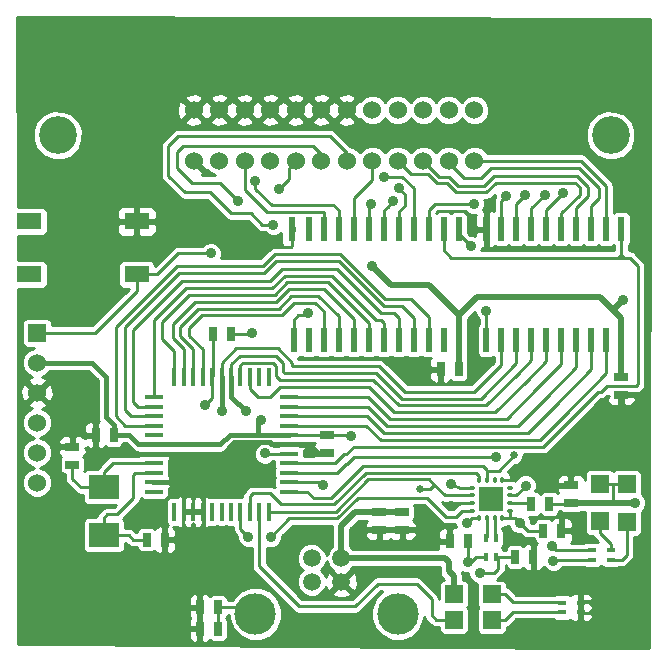
<source format=gtl>
%FSLAX34Y34*%
G04 Gerber Fmt 3.4, Leading zero omitted, Abs format*
G04 (created by PCBNEW (2013-11-28 BZR 4510)-product) date Thu 15 May 2014 01:53:52 PM EDT*
%MOIN*%
G01*
G70*
G90*
G04 APERTURE LIST*
%ADD10C,0.005906*%
%ADD11C,0.025000*%
%ADD12R,0.031496X0.017717*%
%ADD13R,0.059000X0.059000*%
%ADD14R,0.017717X0.031496*%
%ADD15R,0.078740X0.078740*%
%ADD16O,0.011811X0.023622*%
%ADD17O,0.023622X0.011811*%
%ADD18R,0.082677X0.055118*%
%ADD19R,0.023622X0.078740*%
%ADD20C,0.059100*%
%ADD21C,0.137800*%
%ADD22R,0.100000X0.080000*%
%ADD23C,0.060000*%
%ADD24C,0.126000*%
%ADD25R,0.060000X0.060000*%
%ADD26R,0.025000X0.045000*%
%ADD27R,0.045000X0.025000*%
%ADD28R,0.016000X0.060000*%
%ADD29R,0.060000X0.016000*%
%ADD30C,0.035000*%
%ADD31C,0.010000*%
%ADD32C,0.015000*%
%ADD33C,0.020000*%
%ADD34C,0.017000*%
G04 APERTURE END LIST*
G54D10*
G54D11*
X65340Y-43816D03*
X62200Y-44920D03*
G54D12*
X67941Y-47291D03*
X68570Y-47291D03*
X68570Y-46976D03*
X67941Y-46976D03*
G54D13*
X69106Y-44776D03*
X69106Y-46036D03*
X68206Y-44758D03*
X68206Y-46018D03*
G54D12*
X67576Y-48726D03*
X66947Y-48726D03*
X66947Y-49041D03*
X67576Y-49041D03*
G54D14*
X64737Y-47204D03*
X64737Y-46575D03*
X64422Y-46575D03*
X64422Y-47204D03*
G54D15*
X64575Y-45275D03*
G54D16*
X64191Y-44645D03*
X64447Y-44645D03*
X64702Y-44645D03*
X64958Y-44645D03*
G54D17*
X65204Y-44891D03*
X65204Y-45147D03*
X65204Y-45402D03*
X65204Y-45658D03*
G54D16*
X64958Y-45904D03*
X64702Y-45904D03*
X64447Y-45904D03*
X64191Y-45904D03*
G54D17*
X63945Y-45658D03*
X63945Y-45402D03*
X63945Y-45147D03*
X63945Y-44891D03*
G54D18*
X52771Y-36014D03*
X52771Y-37785D03*
X49188Y-36014D03*
X49188Y-37785D03*
G54D19*
X63500Y-36274D03*
X63000Y-36274D03*
X62500Y-36274D03*
X62000Y-36274D03*
X61500Y-36274D03*
X61000Y-36274D03*
X60500Y-36274D03*
X60000Y-36274D03*
X59500Y-36274D03*
X59000Y-36274D03*
X58500Y-36274D03*
X57950Y-36274D03*
X63500Y-39975D03*
X63000Y-39975D03*
X62500Y-39975D03*
X62000Y-39975D03*
X61500Y-39975D03*
X61000Y-39975D03*
X60500Y-39975D03*
X60000Y-39975D03*
X59500Y-39975D03*
X59000Y-39975D03*
X58500Y-39975D03*
X58000Y-39975D03*
X68925Y-36274D03*
X68425Y-36274D03*
X67925Y-36274D03*
X67425Y-36274D03*
X66925Y-36274D03*
X66425Y-36274D03*
X65925Y-36274D03*
X65425Y-36274D03*
X64925Y-36274D03*
X64425Y-36274D03*
X64425Y-39975D03*
X64925Y-39975D03*
X65425Y-39975D03*
X65925Y-39975D03*
X66425Y-39975D03*
X66925Y-39975D03*
X67425Y-39975D03*
X67925Y-39975D03*
X68425Y-39975D03*
X68925Y-39975D03*
G54D13*
X63345Y-48450D03*
X64605Y-48450D03*
X63345Y-49300D03*
X64605Y-49300D03*
G54D20*
X58610Y-48030D03*
X59590Y-48030D03*
X59590Y-47240D03*
X58610Y-47240D03*
G54D21*
X56730Y-49100D03*
X61470Y-49100D03*
G54D22*
X51675Y-44875D03*
X51675Y-46475D03*
G54D23*
X59775Y-33995D03*
X60625Y-33995D03*
X58075Y-33995D03*
X58925Y-33995D03*
X59775Y-32305D03*
X58925Y-32305D03*
X58075Y-32305D03*
X60625Y-32305D03*
X57225Y-33995D03*
X56375Y-33995D03*
X55525Y-33995D03*
X54675Y-33995D03*
X57225Y-32305D03*
X56375Y-32305D03*
X55525Y-32305D03*
X54675Y-32305D03*
X61475Y-33995D03*
X62325Y-33995D03*
X63175Y-33995D03*
X64025Y-33995D03*
X61475Y-32305D03*
X62325Y-32305D03*
X63175Y-32305D03*
X64025Y-32305D03*
G54D24*
X68565Y-33150D03*
X50135Y-33150D03*
G54D25*
X49450Y-39725D03*
G54D23*
X49450Y-40725D03*
X49450Y-41725D03*
X49450Y-42725D03*
X49450Y-43725D03*
X49450Y-44725D03*
G54D26*
X55300Y-39775D03*
X55900Y-39775D03*
X65930Y-45430D03*
X66530Y-45430D03*
G54D27*
X61625Y-45700D03*
X61625Y-46300D03*
X60850Y-45700D03*
X60850Y-46300D03*
X68925Y-41200D03*
X68925Y-41800D03*
X59100Y-43750D03*
X59100Y-43150D03*
G54D26*
X53700Y-46625D03*
X53100Y-46625D03*
G54D27*
X50625Y-44125D03*
X50625Y-43525D03*
G54D26*
X52000Y-43140D03*
X51400Y-43140D03*
G54D28*
X55600Y-45700D03*
X55915Y-45700D03*
X56230Y-45700D03*
X56545Y-45700D03*
X56860Y-45700D03*
X57175Y-45700D03*
X55285Y-45700D03*
X54970Y-45700D03*
X54655Y-45700D03*
X54340Y-45700D03*
X54025Y-45700D03*
X55600Y-41200D03*
X55915Y-41200D03*
X56230Y-41200D03*
X56545Y-41200D03*
X56860Y-41200D03*
X57175Y-41200D03*
X55285Y-41200D03*
X54970Y-41200D03*
X54655Y-41200D03*
X54340Y-41200D03*
X54025Y-41200D03*
G54D29*
X57850Y-43450D03*
X53350Y-43450D03*
X57850Y-43135D03*
X53350Y-43135D03*
X53350Y-42820D03*
X57850Y-42820D03*
X57850Y-42505D03*
X53350Y-42505D03*
X53350Y-42190D03*
X57850Y-42190D03*
X57850Y-41875D03*
X53350Y-41875D03*
X53350Y-43765D03*
X57850Y-43765D03*
X57850Y-44080D03*
X53350Y-44080D03*
X53350Y-44395D03*
X57850Y-44395D03*
X57850Y-44710D03*
X53350Y-44710D03*
X53350Y-45025D03*
X57850Y-45025D03*
G54D27*
X67240Y-45410D03*
X67240Y-44810D03*
G54D26*
X63800Y-46670D03*
X63200Y-46670D03*
X65390Y-47210D03*
X65990Y-47210D03*
X66330Y-46330D03*
X66930Y-46330D03*
X63500Y-40950D03*
X62900Y-40950D03*
X55475Y-48875D03*
X54875Y-48875D03*
X55475Y-49600D03*
X54875Y-49600D03*
G54D30*
X63246Y-44758D03*
X65550Y-46075D03*
X58475Y-39075D03*
X58975Y-44800D03*
X62662Y-46666D03*
X63238Y-45508D03*
X67396Y-45932D03*
X68860Y-42440D03*
X51580Y-36220D03*
X55640Y-44140D03*
X62175Y-40900D03*
X63950Y-36225D03*
X56400Y-42350D03*
X55600Y-42350D03*
X56494Y-46534D03*
X57240Y-46540D03*
X56725Y-34675D03*
X60575Y-35450D03*
X57325Y-36125D03*
X66975Y-35075D03*
X66375Y-35125D03*
X65725Y-35150D03*
X65075Y-35175D03*
X61000Y-34525D03*
X57500Y-34950D03*
X61500Y-34900D03*
X61325Y-35350D03*
X56150Y-35325D03*
X64000Y-35425D03*
X63800Y-47375D03*
X64200Y-47725D03*
X55060Y-42120D03*
X55240Y-37080D03*
X64750Y-43875D03*
X64425Y-39000D03*
X66630Y-46848D03*
X65732Y-44824D03*
X57050Y-43750D03*
X63900Y-36850D03*
X66664Y-47322D03*
X63766Y-46076D03*
X69380Y-45410D03*
X68970Y-38630D03*
X59925Y-43175D03*
X56600Y-39725D03*
X56900Y-42650D03*
X60600Y-37500D03*
G54D31*
X66330Y-46330D02*
X65805Y-46330D01*
X65805Y-46330D02*
X65550Y-46075D01*
X63551Y-44891D02*
X63945Y-44891D01*
X63246Y-44758D02*
X63551Y-44891D01*
X65379Y-45904D02*
X65170Y-45904D01*
X65550Y-46075D02*
X65379Y-45904D01*
X64958Y-45904D02*
X65170Y-45904D01*
X65204Y-45870D02*
X65204Y-45658D01*
X65170Y-45904D02*
X65204Y-45870D01*
X57950Y-38500D02*
X57925Y-38500D01*
X59500Y-39975D02*
X59500Y-39175D01*
X58825Y-38500D02*
X59500Y-39175D01*
X57950Y-38500D02*
X58825Y-38500D01*
X54655Y-40255D02*
X54655Y-41200D01*
X54225Y-39825D02*
X54655Y-40255D01*
X54225Y-39525D02*
X54225Y-39825D01*
X54825Y-38925D02*
X54225Y-39525D01*
X57500Y-38925D02*
X54825Y-38925D01*
X57925Y-38500D02*
X57500Y-38925D01*
X53625Y-39375D02*
X53625Y-39950D01*
X57800Y-38050D02*
X57792Y-38050D01*
X57792Y-38050D02*
X57367Y-38475D01*
X54525Y-38475D02*
X53625Y-39375D01*
X57367Y-38475D02*
X54525Y-38475D01*
X60500Y-39975D02*
X60500Y-39400D01*
X59150Y-38050D02*
X60500Y-39400D01*
X57800Y-38050D02*
X59150Y-38050D01*
X54025Y-40350D02*
X54025Y-41200D01*
X53625Y-39950D02*
X54025Y-40350D01*
X58475Y-39075D02*
X58400Y-39150D01*
X58400Y-39150D02*
X58150Y-39150D01*
X58150Y-39150D02*
X58000Y-39300D01*
X58000Y-39975D02*
X58000Y-39300D01*
X58885Y-44710D02*
X57850Y-44710D01*
X58975Y-44800D02*
X58885Y-44710D01*
X64958Y-44645D02*
X65336Y-44645D01*
X65336Y-44645D02*
X65752Y-44230D01*
G54D32*
X61625Y-46300D02*
X62236Y-46300D01*
X63200Y-46670D02*
X62666Y-46670D01*
X62666Y-46670D02*
X62662Y-46666D01*
G54D31*
X63945Y-45402D02*
X63343Y-45402D01*
X63343Y-45402D02*
X63238Y-45508D01*
X54970Y-45700D02*
X54970Y-45094D01*
X54970Y-45094D02*
X54964Y-45088D01*
X54655Y-45700D02*
X54655Y-45099D01*
X54655Y-45099D02*
X54650Y-45094D01*
X54340Y-45700D02*
X54340Y-45080D01*
X54340Y-45080D02*
X54334Y-45074D01*
X53350Y-44710D02*
X54104Y-44710D01*
X66930Y-46330D02*
X67236Y-46330D01*
X67396Y-46170D02*
X67396Y-45932D01*
X67236Y-46330D02*
X67396Y-46170D01*
G54D33*
X68925Y-41800D02*
X68925Y-42375D01*
X68925Y-42375D02*
X68860Y-42440D01*
G54D31*
X52771Y-36014D02*
X51785Y-36014D01*
X51785Y-36014D02*
X51580Y-36220D01*
X57950Y-36274D02*
X57950Y-36830D01*
X57920Y-36860D02*
X56560Y-36860D01*
X57950Y-36830D02*
X57920Y-36860D01*
G54D32*
X55635Y-43765D02*
X55635Y-44135D01*
X55635Y-44135D02*
X55640Y-44140D01*
X57850Y-43450D02*
X57264Y-43450D01*
X55635Y-43765D02*
X53350Y-43765D01*
X56014Y-43385D02*
X55635Y-43765D01*
X57200Y-43385D02*
X56014Y-43385D01*
X57264Y-43450D02*
X57200Y-43385D01*
X59100Y-43750D02*
X58810Y-43750D01*
X58510Y-43450D02*
X57850Y-43450D01*
X58810Y-43750D02*
X58510Y-43450D01*
X60850Y-46300D02*
X61625Y-46300D01*
G54D31*
X62850Y-40950D02*
X62225Y-40950D01*
X62225Y-40950D02*
X62175Y-40900D01*
X64425Y-36274D02*
X63999Y-36274D01*
X63999Y-36274D02*
X63950Y-36225D01*
X61000Y-43300D02*
X60900Y-43300D01*
X66980Y-42520D02*
X68425Y-41075D01*
X68425Y-39975D02*
X68425Y-41075D01*
X61000Y-43300D02*
X66200Y-43300D01*
X66200Y-43300D02*
X66980Y-42520D01*
X60420Y-42820D02*
X57850Y-42820D01*
X60900Y-43300D02*
X60420Y-42820D01*
X61225Y-43075D02*
X61025Y-43075D01*
X66670Y-42205D02*
X67925Y-40950D01*
X67925Y-39975D02*
X67925Y-40950D01*
X61225Y-43075D02*
X65800Y-43075D01*
X65800Y-43075D02*
X66670Y-42205D01*
X60455Y-42505D02*
X57850Y-42505D01*
X61025Y-43075D02*
X60455Y-42505D01*
X61425Y-42825D02*
X61100Y-42825D01*
X66410Y-41890D02*
X67425Y-40875D01*
X67425Y-39975D02*
X67425Y-40875D01*
X61425Y-42825D02*
X65475Y-42825D01*
X65475Y-42825D02*
X66410Y-41890D01*
X60465Y-42190D02*
X57850Y-42190D01*
X61100Y-42825D02*
X60465Y-42190D01*
X61650Y-42600D02*
X61200Y-42600D01*
X66125Y-41575D02*
X66925Y-40775D01*
X66925Y-39975D02*
X66925Y-40775D01*
X61650Y-42600D02*
X65100Y-42600D01*
X65100Y-42600D02*
X66125Y-41575D01*
X60475Y-41875D02*
X57850Y-41875D01*
X61200Y-42600D02*
X60475Y-41875D01*
X56545Y-41200D02*
X56545Y-41595D01*
X57550Y-41525D02*
X60500Y-41525D01*
X57200Y-41875D02*
X57550Y-41525D01*
X56825Y-41875D02*
X57200Y-41875D01*
X56545Y-41595D02*
X56825Y-41875D01*
X64725Y-42375D02*
X65775Y-41325D01*
X61350Y-42375D02*
X64725Y-42375D01*
X60500Y-41525D02*
X61350Y-42375D01*
X66425Y-40675D02*
X66425Y-39975D01*
X65775Y-41325D02*
X66425Y-40675D01*
X60000Y-41300D02*
X60650Y-41300D01*
X60650Y-41300D02*
X61500Y-42150D01*
X64425Y-42150D02*
X65475Y-41100D01*
X61500Y-42150D02*
X64425Y-42150D01*
X65925Y-40650D02*
X65925Y-39975D01*
X65475Y-41100D02*
X65925Y-40650D01*
X56230Y-40795D02*
X56300Y-40725D01*
X56300Y-40725D02*
X57325Y-40725D01*
X57325Y-40725D02*
X57425Y-40825D01*
X57425Y-40825D02*
X57425Y-41175D01*
X57425Y-41175D02*
X57550Y-41300D01*
X57550Y-41300D02*
X60000Y-41300D01*
X60000Y-41300D02*
X60025Y-41300D01*
X56230Y-40795D02*
X56230Y-41200D01*
X59825Y-41075D02*
X60750Y-41075D01*
X55915Y-40785D02*
X56200Y-40500D01*
X56200Y-40500D02*
X57400Y-40500D01*
X57400Y-40500D02*
X57650Y-40750D01*
X57650Y-40750D02*
X57650Y-41024D01*
X57650Y-41024D02*
X57700Y-41075D01*
X57700Y-41075D02*
X59825Y-41075D01*
X55915Y-41200D02*
X55915Y-40785D01*
X65425Y-40750D02*
X65425Y-39975D01*
X64250Y-41925D02*
X65425Y-40750D01*
X61600Y-41925D02*
X64250Y-41925D01*
X60750Y-41075D02*
X61600Y-41925D01*
G54D32*
X56400Y-42350D02*
X55915Y-41865D01*
X55915Y-41735D02*
X55915Y-41865D01*
G54D34*
X55915Y-41200D02*
X55915Y-41735D01*
X55915Y-41735D02*
X55900Y-41750D01*
G54D31*
X59825Y-40850D02*
X60850Y-40850D01*
X55600Y-40725D02*
X56075Y-40250D01*
X56075Y-40250D02*
X57475Y-40250D01*
X57475Y-40250D02*
X57950Y-40725D01*
X57950Y-40725D02*
X57950Y-40824D01*
X57950Y-40824D02*
X57975Y-40850D01*
X57975Y-40850D02*
X59825Y-40850D01*
X55600Y-41200D02*
X55600Y-40725D01*
X64925Y-40800D02*
X64925Y-39975D01*
X64025Y-41700D02*
X64925Y-40800D01*
X61700Y-41700D02*
X64025Y-41700D01*
X60850Y-40850D02*
X61700Y-41700D01*
G54D34*
X55600Y-41750D02*
X55600Y-42350D01*
X55600Y-41200D02*
X55600Y-41750D01*
G54D31*
X57850Y-38275D02*
X57425Y-38700D01*
X57850Y-38275D02*
X59000Y-38275D01*
X59000Y-38275D02*
X60000Y-39275D01*
X60000Y-39975D02*
X60000Y-39275D01*
X54340Y-40265D02*
X54340Y-41200D01*
X53975Y-39900D02*
X54340Y-40265D01*
X53975Y-39425D02*
X53975Y-39900D01*
X54700Y-38700D02*
X53975Y-39425D01*
X57425Y-38700D02*
X54700Y-38700D01*
X56860Y-45700D02*
X56860Y-47519D01*
X62750Y-49300D02*
X63345Y-49300D01*
X62600Y-49150D02*
X62750Y-49300D01*
X62600Y-48600D02*
X62600Y-49150D01*
X62100Y-48100D02*
X62600Y-48600D01*
X60800Y-48100D02*
X62100Y-48100D01*
X60053Y-48847D02*
X60800Y-48100D01*
X58188Y-48847D02*
X60053Y-48847D01*
X56860Y-47519D02*
X58188Y-48847D01*
X61992Y-45226D02*
X62442Y-45226D01*
X56230Y-46270D02*
X56494Y-46534D01*
X57240Y-46540D02*
X57862Y-45918D01*
X57862Y-45918D02*
X59462Y-45918D01*
X59462Y-45918D02*
X60154Y-45226D01*
X60154Y-45226D02*
X61992Y-45226D01*
X56230Y-45700D02*
X56230Y-46270D01*
X63619Y-45658D02*
X63945Y-45658D01*
X63414Y-45864D02*
X63619Y-45658D01*
X63080Y-45864D02*
X63414Y-45864D01*
X62442Y-45226D02*
X63080Y-45864D01*
X64191Y-44645D02*
X64191Y-44503D01*
X56545Y-45173D02*
X56545Y-45700D01*
X56640Y-45078D02*
X56545Y-45173D01*
X57204Y-45078D02*
X56640Y-45078D01*
X57568Y-45442D02*
X57204Y-45078D01*
X59360Y-45442D02*
X57568Y-45442D01*
X60400Y-44402D02*
X59360Y-45442D01*
X64090Y-44402D02*
X60400Y-44402D01*
X64191Y-44503D02*
X64090Y-44402D01*
X62200Y-44920D02*
X62564Y-44920D01*
X62564Y-44920D02*
X62690Y-44794D01*
X63945Y-45147D02*
X63043Y-45147D01*
X59398Y-45700D02*
X57175Y-45700D01*
X60490Y-44608D02*
X59398Y-45700D01*
X62504Y-44608D02*
X60490Y-44608D01*
X63043Y-45147D02*
X62690Y-44794D01*
X62690Y-44794D02*
X62504Y-44608D01*
X64447Y-44322D02*
X64834Y-44322D01*
X64834Y-44322D02*
X65340Y-43816D01*
X57850Y-45025D02*
X58455Y-45025D01*
X64447Y-44317D02*
X64447Y-44322D01*
X64447Y-44322D02*
X64447Y-44645D01*
X64310Y-44180D02*
X64447Y-44317D01*
X60320Y-44180D02*
X64310Y-44180D01*
X59260Y-45240D02*
X60320Y-44180D01*
X58670Y-45240D02*
X59260Y-45240D01*
X58455Y-45025D02*
X58670Y-45240D01*
X59500Y-36274D02*
X59500Y-35650D01*
X56725Y-34925D02*
X56725Y-34675D01*
X57275Y-35475D02*
X56725Y-34925D01*
X59325Y-35475D02*
X57275Y-35475D01*
X59500Y-35650D02*
X59325Y-35475D01*
X59775Y-33995D02*
X59775Y-33750D01*
X60500Y-35525D02*
X60500Y-36274D01*
X60575Y-35450D02*
X60500Y-35525D01*
X56950Y-36125D02*
X57325Y-36125D01*
X56575Y-35750D02*
X56950Y-36125D01*
X55925Y-35750D02*
X56575Y-35750D01*
X55225Y-35050D02*
X55925Y-35750D01*
X54375Y-35050D02*
X55225Y-35050D01*
X53825Y-34500D02*
X54375Y-35050D01*
X53825Y-33500D02*
X53825Y-34500D01*
X54150Y-33175D02*
X53825Y-33500D01*
X59200Y-33175D02*
X54150Y-33175D01*
X59775Y-33750D02*
X59200Y-33175D01*
X68425Y-36274D02*
X68425Y-34850D01*
X67570Y-33995D02*
X64025Y-33995D01*
X68425Y-34850D02*
X67570Y-33995D01*
X67925Y-36274D02*
X67925Y-35500D01*
X63175Y-34075D02*
X63175Y-33995D01*
X63675Y-34575D02*
X63175Y-34075D01*
X64250Y-34575D02*
X63675Y-34575D01*
X64575Y-34250D02*
X64250Y-34575D01*
X67525Y-34250D02*
X64575Y-34250D01*
X68175Y-34900D02*
X67525Y-34250D01*
X68175Y-35250D02*
X68175Y-34900D01*
X67925Y-35500D02*
X68175Y-35250D01*
X67425Y-36274D02*
X67425Y-35575D01*
X62855Y-34525D02*
X62325Y-33995D01*
X63175Y-34525D02*
X62855Y-34525D01*
X63475Y-34825D02*
X63175Y-34525D01*
X64350Y-34825D02*
X63475Y-34825D01*
X64675Y-34500D02*
X64350Y-34825D01*
X67450Y-34500D02*
X64675Y-34500D01*
X67825Y-34875D02*
X67450Y-34500D01*
X67825Y-35175D02*
X67825Y-34875D01*
X67425Y-35575D02*
X67825Y-35175D01*
X66925Y-36274D02*
X66925Y-35750D01*
X61930Y-34450D02*
X61475Y-33995D01*
X62475Y-34450D02*
X61930Y-34450D01*
X62775Y-34750D02*
X62475Y-34450D01*
X63099Y-34750D02*
X62775Y-34750D01*
X63399Y-35050D02*
X63099Y-34750D01*
X64425Y-35050D02*
X63399Y-35050D01*
X64750Y-34725D02*
X64425Y-35050D01*
X67392Y-34725D02*
X64750Y-34725D01*
X67550Y-34882D02*
X67392Y-34725D01*
X67550Y-35125D02*
X67550Y-34882D01*
X66925Y-35750D02*
X67550Y-35125D01*
X66425Y-35625D02*
X66425Y-36274D01*
X66975Y-35075D02*
X66425Y-35625D01*
X65925Y-35575D02*
X66375Y-35125D01*
X65925Y-35575D02*
X65925Y-36274D01*
X65425Y-35450D02*
X65725Y-35150D01*
X65425Y-35450D02*
X65425Y-36274D01*
X64925Y-35325D02*
X64925Y-36274D01*
X64925Y-35325D02*
X65075Y-35175D01*
X60000Y-36274D02*
X60000Y-35250D01*
X60625Y-34625D02*
X60625Y-33995D01*
X60000Y-35250D02*
X60625Y-34625D01*
X62000Y-36274D02*
X62000Y-34900D01*
X61625Y-34525D02*
X61000Y-34525D01*
X62000Y-34900D02*
X61625Y-34525D01*
X61500Y-36274D02*
X61500Y-35700D01*
X57850Y-34220D02*
X58075Y-33995D01*
X57850Y-34600D02*
X57850Y-34220D01*
X57500Y-34950D02*
X57850Y-34600D01*
X61725Y-35125D02*
X61500Y-34900D01*
X61725Y-35475D02*
X61725Y-35125D01*
X61500Y-35700D02*
X61725Y-35475D01*
X58925Y-33995D02*
X58925Y-33775D01*
X61025Y-36249D02*
X61000Y-36274D01*
X61025Y-35650D02*
X61025Y-36249D01*
X61150Y-35525D02*
X61025Y-35650D01*
X61325Y-35350D02*
X61150Y-35525D01*
X55550Y-34725D02*
X56150Y-35325D01*
X54600Y-34725D02*
X55550Y-34725D01*
X54100Y-34225D02*
X54600Y-34725D01*
X54100Y-33700D02*
X54100Y-34225D01*
X54300Y-33500D02*
X54100Y-33700D01*
X58650Y-33500D02*
X54300Y-33500D01*
X58925Y-33775D02*
X58650Y-33500D01*
X62500Y-36274D02*
X62500Y-35625D01*
X62700Y-35425D02*
X64000Y-35425D01*
X62500Y-35625D02*
X62700Y-35425D01*
X59000Y-36274D02*
X59000Y-35700D01*
X56375Y-34975D02*
X56375Y-33995D01*
X57100Y-35700D02*
X56375Y-34975D01*
X59000Y-35700D02*
X57100Y-35700D01*
X52375Y-41950D02*
X52375Y-42300D01*
X52375Y-41950D02*
X52375Y-39550D01*
X52375Y-39550D02*
X54175Y-37750D01*
X54175Y-37750D02*
X57025Y-37750D01*
X57025Y-37750D02*
X57425Y-37350D01*
X57425Y-37350D02*
X59500Y-37350D01*
X59500Y-37350D02*
X61000Y-38850D01*
X61000Y-38850D02*
X61600Y-38850D01*
X61600Y-38850D02*
X62000Y-39250D01*
X62000Y-39975D02*
X62000Y-39250D01*
X52580Y-42505D02*
X53350Y-42505D01*
X52375Y-42300D02*
X52580Y-42505D01*
X52650Y-41775D02*
X52650Y-42025D01*
X52650Y-41775D02*
X52650Y-39625D01*
X52650Y-39625D02*
X54275Y-38000D01*
X54275Y-38000D02*
X57200Y-38000D01*
X57200Y-38000D02*
X57600Y-37600D01*
X57600Y-37600D02*
X59450Y-37600D01*
X59450Y-37600D02*
X60925Y-39075D01*
X60925Y-39075D02*
X61350Y-39075D01*
X61350Y-39075D02*
X61500Y-39225D01*
X61500Y-39975D02*
X61500Y-39225D01*
X52815Y-42190D02*
X53350Y-42190D01*
X52650Y-42025D02*
X52815Y-42190D01*
X53350Y-41875D02*
X53350Y-39300D01*
X61000Y-39400D02*
X61000Y-39975D01*
X60900Y-39300D02*
X61000Y-39400D01*
X60750Y-39300D02*
X60900Y-39300D01*
X59275Y-37825D02*
X60750Y-39300D01*
X57700Y-37825D02*
X59275Y-37825D01*
X57275Y-38250D02*
X57700Y-37825D01*
X54400Y-38250D02*
X57275Y-38250D01*
X53350Y-39300D02*
X54400Y-38250D01*
X63800Y-47375D02*
X63800Y-46670D01*
X63800Y-47375D02*
X63905Y-47375D01*
X64075Y-47204D02*
X64343Y-47204D01*
X63905Y-47375D02*
X64075Y-47204D01*
X64816Y-47204D02*
X65384Y-47204D01*
X65384Y-47204D02*
X65390Y-47210D01*
X64200Y-47725D02*
X64685Y-47725D01*
X64816Y-47593D02*
X64816Y-47204D01*
X64685Y-47725D02*
X64816Y-47593D01*
X64200Y-47725D02*
X64300Y-47625D01*
X55475Y-48875D02*
X56505Y-48875D01*
X56505Y-48875D02*
X56730Y-49100D01*
X55475Y-48875D02*
X55475Y-49600D01*
X51675Y-44875D02*
X50900Y-44875D01*
X50625Y-44600D02*
X50625Y-44125D01*
X50900Y-44875D02*
X50625Y-44600D01*
X51675Y-44875D02*
X51675Y-44375D01*
X51970Y-44080D02*
X53350Y-44080D01*
X51675Y-44375D02*
X51970Y-44080D01*
X52115Y-45785D02*
X51779Y-45785D01*
X51675Y-45889D02*
X51675Y-46475D01*
X51779Y-45785D02*
X51675Y-45889D01*
X51675Y-46475D02*
X52500Y-46475D01*
X52500Y-46475D02*
X52650Y-46625D01*
X52650Y-46625D02*
X53100Y-46625D01*
X52730Y-44395D02*
X53350Y-44395D01*
X52650Y-44475D02*
X52730Y-44395D01*
X52650Y-45250D02*
X52650Y-44475D01*
X52115Y-45785D02*
X52650Y-45250D01*
X65735Y-49032D02*
X66938Y-49032D01*
X65060Y-49300D02*
X65327Y-49032D01*
X65327Y-49032D02*
X65735Y-49032D01*
X64605Y-49300D02*
X65060Y-49300D01*
X66938Y-49032D02*
X66947Y-49041D01*
X65735Y-48717D02*
X66938Y-48717D01*
X65060Y-48450D02*
X65327Y-48717D01*
X65327Y-48717D02*
X65735Y-48717D01*
X64605Y-48450D02*
X65060Y-48450D01*
X66938Y-48717D02*
X66947Y-48726D01*
X68570Y-47291D02*
X68952Y-47291D01*
X69106Y-47138D02*
X69106Y-46036D01*
X68952Y-47291D02*
X69106Y-47138D01*
X68206Y-46018D02*
X68206Y-46402D01*
X68206Y-46402D02*
X68570Y-46766D01*
X68570Y-46766D02*
X68570Y-46976D01*
X65204Y-45402D02*
X65902Y-45402D01*
X65902Y-45402D02*
X65930Y-45430D01*
X52771Y-37785D02*
X53454Y-37785D01*
X54160Y-37080D02*
X54380Y-37080D01*
X53454Y-37785D02*
X54160Y-37080D01*
X54380Y-37080D02*
X55240Y-37080D01*
X55285Y-41895D02*
X55285Y-41200D01*
X55060Y-42120D02*
X55285Y-41895D01*
X49450Y-39725D02*
X51395Y-39725D01*
X52771Y-38348D02*
X52771Y-37785D01*
X51395Y-39725D02*
X52771Y-38348D01*
X55300Y-39775D02*
X55300Y-41185D01*
X55300Y-41185D02*
X55285Y-41200D01*
X59780Y-44095D02*
X59755Y-44095D01*
X59780Y-44095D02*
X60000Y-43875D01*
X64625Y-43875D02*
X64750Y-43875D01*
X64725Y-43875D02*
X64625Y-43875D01*
X60000Y-43875D02*
X64725Y-43875D01*
X64425Y-39975D02*
X64425Y-39000D01*
X59455Y-44395D02*
X57850Y-44395D01*
X59755Y-44095D02*
X59455Y-44395D01*
X52075Y-42100D02*
X52075Y-42500D01*
X52075Y-42100D02*
X52075Y-39525D01*
X52075Y-39525D02*
X54100Y-37500D01*
X54100Y-37500D02*
X56975Y-37500D01*
X56975Y-37500D02*
X57375Y-37100D01*
X57375Y-37100D02*
X59550Y-37100D01*
X59550Y-37100D02*
X61050Y-38600D01*
X61050Y-38600D02*
X61900Y-38600D01*
X61900Y-38600D02*
X62500Y-39200D01*
X62500Y-39975D02*
X62500Y-39200D01*
X52395Y-42820D02*
X53350Y-42820D01*
X52075Y-42500D02*
X52395Y-42820D01*
X65204Y-45147D02*
X65408Y-45147D01*
X66758Y-46976D02*
X67941Y-46976D01*
X66630Y-46848D02*
X66758Y-46976D01*
X65408Y-45147D02*
X65732Y-44824D01*
X57850Y-43765D02*
X57065Y-43765D01*
X57065Y-43765D02*
X57050Y-43750D01*
X63500Y-36450D02*
X63500Y-36274D01*
X63500Y-36450D02*
X63900Y-36850D01*
X57850Y-43765D02*
X57835Y-43750D01*
X58075Y-38725D02*
X58025Y-38725D01*
X58075Y-38725D02*
X58725Y-38725D01*
X58725Y-38725D02*
X59000Y-39000D01*
X59000Y-39975D02*
X59000Y-39000D01*
X54970Y-40270D02*
X54970Y-41200D01*
X54525Y-39825D02*
X54970Y-40270D01*
X54525Y-39575D02*
X54525Y-39825D01*
X54950Y-39150D02*
X54525Y-39575D01*
X57600Y-39150D02*
X54950Y-39150D01*
X58025Y-38725D02*
X57600Y-39150D01*
X59745Y-43780D02*
X59695Y-43780D01*
X68150Y-41700D02*
X66325Y-43525D01*
X66325Y-43525D02*
X60000Y-43525D01*
X60000Y-43525D02*
X59745Y-43780D01*
X69475Y-40925D02*
X69475Y-37500D01*
X69475Y-37500D02*
X69200Y-37225D01*
X69000Y-37225D02*
X69200Y-37225D01*
X69475Y-41450D02*
X69475Y-40925D01*
X69425Y-41500D02*
X69475Y-41450D01*
X68450Y-41500D02*
X69425Y-41500D01*
X68250Y-41700D02*
X68450Y-41500D01*
X68250Y-41700D02*
X68150Y-41700D01*
X59395Y-44080D02*
X57850Y-44080D01*
X59695Y-43780D02*
X59395Y-44080D01*
X68700Y-37225D02*
X63250Y-37225D01*
X68825Y-37225D02*
X68700Y-37225D01*
X63000Y-36975D02*
X63000Y-36274D01*
X63250Y-37225D02*
X63000Y-36975D01*
X68925Y-37125D02*
X68925Y-37150D01*
X68925Y-37150D02*
X69000Y-37225D01*
X68925Y-36274D02*
X68925Y-37125D01*
X68925Y-37125D02*
X68825Y-37225D01*
X69000Y-37225D02*
X68825Y-37225D01*
X64191Y-45904D02*
X63937Y-45904D01*
X66694Y-47291D02*
X67941Y-47291D01*
X66664Y-47322D02*
X66694Y-47291D01*
X63937Y-45904D02*
X63766Y-46076D01*
X64447Y-45904D02*
X64447Y-46550D01*
X64447Y-46550D02*
X64422Y-46575D01*
X64702Y-45904D02*
X64702Y-46540D01*
X64702Y-46540D02*
X64737Y-46575D01*
X68662Y-44758D02*
X68662Y-45410D01*
X68674Y-45352D02*
X68674Y-45410D01*
X68674Y-45398D02*
X68674Y-45352D01*
X68662Y-45410D02*
X68674Y-45398D01*
X68206Y-44758D02*
X68662Y-44758D01*
X68662Y-44758D02*
X69088Y-44758D01*
X69088Y-44758D02*
X69106Y-44776D01*
G54D33*
X68637Y-38962D02*
X68970Y-38630D01*
X69380Y-45410D02*
X68674Y-45410D01*
X68674Y-45410D02*
X68530Y-45410D01*
X68530Y-45410D02*
X67240Y-45410D01*
G54D31*
X66530Y-45430D02*
X67220Y-45430D01*
X67220Y-45430D02*
X67240Y-45410D01*
X60850Y-45700D02*
X60050Y-45700D01*
X59100Y-43150D02*
X59900Y-43150D01*
X59900Y-43150D02*
X59925Y-43175D01*
G54D32*
X52000Y-43140D02*
X52000Y-42800D01*
X51265Y-40725D02*
X49450Y-40725D01*
X51740Y-41200D02*
X51265Y-40725D01*
X51740Y-42540D02*
X51740Y-41200D01*
X52000Y-42800D02*
X51740Y-42540D01*
X53350Y-43450D02*
X52830Y-43450D01*
X52520Y-43140D02*
X52000Y-43140D01*
X52830Y-43450D02*
X52520Y-43140D01*
G54D33*
X63175Y-47375D02*
X63175Y-47675D01*
X63345Y-47845D02*
X63345Y-48450D01*
X63175Y-47675D02*
X63345Y-47845D01*
X60190Y-47240D02*
X63040Y-47240D01*
X63040Y-47240D02*
X63175Y-47375D01*
G54D31*
X59900Y-43150D02*
X59925Y-43175D01*
G54D32*
X56825Y-43135D02*
X56825Y-42725D01*
G54D31*
X56550Y-39775D02*
X56600Y-39725D01*
X56550Y-39775D02*
X55900Y-39775D01*
G54D32*
X56825Y-42725D02*
X56900Y-42650D01*
X53350Y-43450D02*
X55550Y-43450D01*
X55865Y-43135D02*
X56825Y-43135D01*
X56825Y-43135D02*
X57850Y-43135D01*
X55550Y-43450D02*
X55865Y-43135D01*
G54D31*
X59100Y-43150D02*
X57865Y-43150D01*
X57865Y-43150D02*
X57850Y-43135D01*
G54D33*
X60600Y-37500D02*
X61250Y-38150D01*
X61250Y-38150D02*
X62500Y-38150D01*
X62500Y-38150D02*
X63500Y-39150D01*
X59590Y-47240D02*
X59590Y-46160D01*
X60050Y-45700D02*
X61625Y-45700D01*
X59590Y-46160D02*
X60050Y-45700D01*
X59590Y-47240D02*
X60190Y-47240D01*
X63500Y-39975D02*
X63500Y-40900D01*
G54D31*
X63500Y-40900D02*
X63450Y-40950D01*
G54D33*
X63500Y-39975D02*
X63500Y-39150D01*
X68925Y-39250D02*
X68825Y-39150D01*
X63500Y-39150D02*
X64100Y-38550D01*
X64100Y-38550D02*
X68225Y-38550D01*
X68225Y-38550D02*
X68637Y-38962D01*
X68637Y-38962D02*
X68825Y-39150D01*
X68925Y-39250D02*
X68925Y-39975D01*
X68925Y-39975D02*
X68925Y-41200D01*
G54D10*
G36*
X55377Y-34475D02*
X54963Y-34475D01*
X54990Y-34380D01*
X54675Y-34065D01*
X54669Y-34071D01*
X54598Y-34000D01*
X54604Y-33995D01*
X54598Y-33989D01*
X54669Y-33918D01*
X54675Y-33924D01*
X54680Y-33918D01*
X54751Y-33989D01*
X54745Y-33995D01*
X55060Y-34310D01*
X55117Y-34294D01*
X55241Y-34418D01*
X55377Y-34475D01*
X55377Y-34475D01*
G37*
G54D31*
X55377Y-34475D02*
X54963Y-34475D01*
X54990Y-34380D01*
X54675Y-34065D01*
X54669Y-34071D01*
X54598Y-34000D01*
X54604Y-33995D01*
X54598Y-33989D01*
X54669Y-33918D01*
X54675Y-33924D01*
X54680Y-33918D01*
X54751Y-33989D01*
X54745Y-33995D01*
X55060Y-34310D01*
X55117Y-34294D01*
X55241Y-34418D01*
X55377Y-34475D01*
G54D10*
G36*
X58007Y-36324D02*
X58000Y-36324D01*
X58000Y-36332D01*
X57900Y-36332D01*
X57900Y-36324D01*
X57892Y-36324D01*
X57892Y-36224D01*
X57900Y-36224D01*
X57900Y-36216D01*
X58000Y-36216D01*
X58000Y-36224D01*
X58007Y-36224D01*
X58007Y-36324D01*
X58007Y-36324D01*
G37*
G54D31*
X58007Y-36324D02*
X58000Y-36324D01*
X58000Y-36332D01*
X57900Y-36332D01*
X57900Y-36324D01*
X57892Y-36324D01*
X57892Y-36224D01*
X57900Y-36224D01*
X57900Y-36216D01*
X58000Y-36216D01*
X58000Y-36224D01*
X58007Y-36224D01*
X58007Y-36324D01*
G54D10*
G36*
X59157Y-43800D02*
X59150Y-43800D01*
X59150Y-43807D01*
X59050Y-43807D01*
X59050Y-43800D01*
X58687Y-43800D01*
X58657Y-43830D01*
X58350Y-43830D01*
X58350Y-43805D01*
X58350Y-43683D01*
X58361Y-43671D01*
X58400Y-43579D01*
X58400Y-43552D01*
X58337Y-43490D01*
X58201Y-43490D01*
X58189Y-43485D01*
X58110Y-43485D01*
X57510Y-43485D01*
X57498Y-43490D01*
X57362Y-43490D01*
X57341Y-43511D01*
X57262Y-43432D01*
X57209Y-43410D01*
X57300Y-43410D01*
X57362Y-43410D01*
X57498Y-43410D01*
X57510Y-43415D01*
X57589Y-43415D01*
X58189Y-43415D01*
X58201Y-43410D01*
X58337Y-43410D01*
X58347Y-43400D01*
X58400Y-43400D01*
X58717Y-43400D01*
X58731Y-43414D01*
X58663Y-43483D01*
X58625Y-43575D01*
X58625Y-43637D01*
X58687Y-43700D01*
X59050Y-43700D01*
X59050Y-43692D01*
X59150Y-43692D01*
X59150Y-43700D01*
X59157Y-43700D01*
X59157Y-43800D01*
X59157Y-43800D01*
G37*
G54D31*
X59157Y-43800D02*
X59150Y-43800D01*
X59150Y-43807D01*
X59050Y-43807D01*
X59050Y-43800D01*
X58687Y-43800D01*
X58657Y-43830D01*
X58350Y-43830D01*
X58350Y-43805D01*
X58350Y-43683D01*
X58361Y-43671D01*
X58400Y-43579D01*
X58400Y-43552D01*
X58337Y-43490D01*
X58201Y-43490D01*
X58189Y-43485D01*
X58110Y-43485D01*
X57510Y-43485D01*
X57498Y-43490D01*
X57362Y-43490D01*
X57341Y-43511D01*
X57262Y-43432D01*
X57209Y-43410D01*
X57300Y-43410D01*
X57362Y-43410D01*
X57498Y-43410D01*
X57510Y-43415D01*
X57589Y-43415D01*
X58189Y-43415D01*
X58201Y-43410D01*
X58337Y-43410D01*
X58347Y-43400D01*
X58400Y-43400D01*
X58717Y-43400D01*
X58731Y-43414D01*
X58663Y-43483D01*
X58625Y-43575D01*
X58625Y-43637D01*
X58687Y-43700D01*
X59050Y-43700D01*
X59050Y-43692D01*
X59150Y-43692D01*
X59150Y-43700D01*
X59157Y-43700D01*
X59157Y-43800D01*
G54D10*
G36*
X63030Y-47955D02*
X63010Y-47955D01*
X62936Y-47985D01*
X62880Y-48041D01*
X62850Y-48115D01*
X62850Y-48194D01*
X62850Y-48600D01*
X62830Y-48504D01*
X62776Y-48423D01*
X62276Y-47923D01*
X62195Y-47869D01*
X62100Y-47850D01*
X60800Y-47850D01*
X60800Y-47849D01*
X60704Y-47869D01*
X60623Y-47923D01*
X60623Y-47923D01*
X60140Y-48406D01*
X60140Y-48110D01*
X60129Y-47893D01*
X60067Y-47744D01*
X59972Y-47718D01*
X59660Y-48030D01*
X59972Y-48341D01*
X60067Y-48315D01*
X60140Y-48110D01*
X60140Y-48406D01*
X59949Y-48597D01*
X59901Y-48597D01*
X59901Y-48412D01*
X59590Y-48100D01*
X59278Y-48412D01*
X59304Y-48507D01*
X59509Y-48580D01*
X59726Y-48569D01*
X59875Y-48507D01*
X59901Y-48412D01*
X59901Y-48597D01*
X58291Y-48597D01*
X57110Y-47415D01*
X57110Y-46892D01*
X57165Y-46914D01*
X57314Y-46915D01*
X57452Y-46858D01*
X57557Y-46752D01*
X57614Y-46614D01*
X57615Y-46518D01*
X57965Y-46168D01*
X59290Y-46168D01*
X59290Y-46839D01*
X59170Y-46958D01*
X59099Y-47128D01*
X59030Y-46959D01*
X58891Y-46820D01*
X58708Y-46744D01*
X58511Y-46744D01*
X58329Y-46819D01*
X58190Y-46958D01*
X58114Y-47141D01*
X58114Y-47338D01*
X58189Y-47520D01*
X58304Y-47635D01*
X58190Y-47748D01*
X58114Y-47931D01*
X58114Y-48128D01*
X58189Y-48310D01*
X58328Y-48449D01*
X58511Y-48525D01*
X58708Y-48525D01*
X58890Y-48450D01*
X59029Y-48311D01*
X59070Y-48213D01*
X59112Y-48315D01*
X59207Y-48341D01*
X59519Y-48030D01*
X59207Y-47718D01*
X59112Y-47744D01*
X59073Y-47854D01*
X59030Y-47749D01*
X58915Y-47634D01*
X59029Y-47521D01*
X59100Y-47351D01*
X59169Y-47520D01*
X59282Y-47632D01*
X59278Y-47647D01*
X59590Y-47959D01*
X59901Y-47647D01*
X59897Y-47632D01*
X59990Y-47540D01*
X60190Y-47540D01*
X62875Y-47540D01*
X62875Y-47675D01*
X62897Y-47789D01*
X62962Y-47887D01*
X63030Y-47955D01*
X63030Y-47955D01*
G37*
G54D31*
X63030Y-47955D02*
X63010Y-47955D01*
X62936Y-47985D01*
X62880Y-48041D01*
X62850Y-48115D01*
X62850Y-48194D01*
X62850Y-48600D01*
X62830Y-48504D01*
X62776Y-48423D01*
X62276Y-47923D01*
X62195Y-47869D01*
X62100Y-47850D01*
X60800Y-47850D01*
X60800Y-47849D01*
X60704Y-47869D01*
X60623Y-47923D01*
X60623Y-47923D01*
X60140Y-48406D01*
X60140Y-48110D01*
X60129Y-47893D01*
X60067Y-47744D01*
X59972Y-47718D01*
X59660Y-48030D01*
X59972Y-48341D01*
X60067Y-48315D01*
X60140Y-48110D01*
X60140Y-48406D01*
X59949Y-48597D01*
X59901Y-48597D01*
X59901Y-48412D01*
X59590Y-48100D01*
X59278Y-48412D01*
X59304Y-48507D01*
X59509Y-48580D01*
X59726Y-48569D01*
X59875Y-48507D01*
X59901Y-48412D01*
X59901Y-48597D01*
X58291Y-48597D01*
X57110Y-47415D01*
X57110Y-46892D01*
X57165Y-46914D01*
X57314Y-46915D01*
X57452Y-46858D01*
X57557Y-46752D01*
X57614Y-46614D01*
X57615Y-46518D01*
X57965Y-46168D01*
X59290Y-46168D01*
X59290Y-46839D01*
X59170Y-46958D01*
X59099Y-47128D01*
X59030Y-46959D01*
X58891Y-46820D01*
X58708Y-46744D01*
X58511Y-46744D01*
X58329Y-46819D01*
X58190Y-46958D01*
X58114Y-47141D01*
X58114Y-47338D01*
X58189Y-47520D01*
X58304Y-47635D01*
X58190Y-47748D01*
X58114Y-47931D01*
X58114Y-48128D01*
X58189Y-48310D01*
X58328Y-48449D01*
X58511Y-48525D01*
X58708Y-48525D01*
X58890Y-48450D01*
X59029Y-48311D01*
X59070Y-48213D01*
X59112Y-48315D01*
X59207Y-48341D01*
X59519Y-48030D01*
X59207Y-47718D01*
X59112Y-47744D01*
X59073Y-47854D01*
X59030Y-47749D01*
X58915Y-47634D01*
X59029Y-47521D01*
X59100Y-47351D01*
X59169Y-47520D01*
X59282Y-47632D01*
X59278Y-47647D01*
X59590Y-47959D01*
X59901Y-47647D01*
X59897Y-47632D01*
X59990Y-47540D01*
X60190Y-47540D01*
X62875Y-47540D01*
X62875Y-47675D01*
X62897Y-47789D01*
X62962Y-47887D01*
X63030Y-47955D01*
G54D10*
G36*
X63416Y-46212D02*
X63374Y-46195D01*
X63312Y-46195D01*
X63250Y-46257D01*
X63250Y-46620D01*
X63257Y-46620D01*
X63257Y-46720D01*
X63250Y-46720D01*
X63250Y-46727D01*
X63150Y-46727D01*
X63150Y-46720D01*
X63150Y-46620D01*
X63150Y-46257D01*
X63087Y-46195D01*
X63025Y-46195D01*
X62933Y-46233D01*
X62863Y-46303D01*
X62825Y-46395D01*
X62825Y-46494D01*
X62825Y-46557D01*
X62887Y-46620D01*
X63150Y-46620D01*
X63150Y-46720D01*
X62887Y-46720D01*
X62825Y-46782D01*
X62825Y-46845D01*
X62825Y-46940D01*
X62100Y-46940D01*
X62100Y-46474D01*
X62100Y-46412D01*
X62037Y-46350D01*
X61675Y-46350D01*
X61675Y-46612D01*
X61737Y-46675D01*
X61800Y-46675D01*
X61899Y-46675D01*
X61991Y-46636D01*
X62061Y-46566D01*
X62100Y-46474D01*
X62100Y-46940D01*
X61575Y-46940D01*
X61575Y-46612D01*
X61575Y-46350D01*
X61262Y-46350D01*
X61212Y-46350D01*
X60900Y-46350D01*
X60900Y-46612D01*
X60962Y-46675D01*
X61025Y-46675D01*
X61124Y-46675D01*
X61216Y-46636D01*
X61237Y-46616D01*
X61258Y-46636D01*
X61350Y-46675D01*
X61449Y-46675D01*
X61512Y-46675D01*
X61575Y-46612D01*
X61575Y-46940D01*
X60800Y-46940D01*
X60800Y-46612D01*
X60800Y-46350D01*
X60437Y-46350D01*
X60375Y-46412D01*
X60375Y-46474D01*
X60413Y-46566D01*
X60483Y-46636D01*
X60575Y-46675D01*
X60674Y-46675D01*
X60737Y-46675D01*
X60800Y-46612D01*
X60800Y-46940D01*
X60190Y-46940D01*
X59990Y-46940D01*
X59890Y-46839D01*
X59890Y-46284D01*
X60174Y-46000D01*
X60446Y-46000D01*
X60413Y-46033D01*
X60375Y-46125D01*
X60375Y-46187D01*
X60437Y-46250D01*
X60800Y-46250D01*
X60800Y-46242D01*
X60900Y-46242D01*
X60900Y-46250D01*
X61212Y-46250D01*
X61262Y-46250D01*
X61575Y-46250D01*
X61575Y-46242D01*
X61675Y-46242D01*
X61675Y-46250D01*
X62037Y-46250D01*
X62100Y-46187D01*
X62100Y-46125D01*
X62061Y-46033D01*
X61993Y-45964D01*
X62019Y-45938D01*
X62050Y-45864D01*
X62050Y-45785D01*
X62050Y-45535D01*
X62025Y-45476D01*
X62338Y-45476D01*
X62903Y-46040D01*
X62984Y-46094D01*
X62984Y-46094D01*
X63080Y-46114D01*
X63390Y-46114D01*
X63390Y-46150D01*
X63416Y-46212D01*
X63416Y-46212D01*
G37*
G54D31*
X63416Y-46212D02*
X63374Y-46195D01*
X63312Y-46195D01*
X63250Y-46257D01*
X63250Y-46620D01*
X63257Y-46620D01*
X63257Y-46720D01*
X63250Y-46720D01*
X63250Y-46727D01*
X63150Y-46727D01*
X63150Y-46720D01*
X63150Y-46620D01*
X63150Y-46257D01*
X63087Y-46195D01*
X63025Y-46195D01*
X62933Y-46233D01*
X62863Y-46303D01*
X62825Y-46395D01*
X62825Y-46494D01*
X62825Y-46557D01*
X62887Y-46620D01*
X63150Y-46620D01*
X63150Y-46720D01*
X62887Y-46720D01*
X62825Y-46782D01*
X62825Y-46845D01*
X62825Y-46940D01*
X62100Y-46940D01*
X62100Y-46474D01*
X62100Y-46412D01*
X62037Y-46350D01*
X61675Y-46350D01*
X61675Y-46612D01*
X61737Y-46675D01*
X61800Y-46675D01*
X61899Y-46675D01*
X61991Y-46636D01*
X62061Y-46566D01*
X62100Y-46474D01*
X62100Y-46940D01*
X61575Y-46940D01*
X61575Y-46612D01*
X61575Y-46350D01*
X61262Y-46350D01*
X61212Y-46350D01*
X60900Y-46350D01*
X60900Y-46612D01*
X60962Y-46675D01*
X61025Y-46675D01*
X61124Y-46675D01*
X61216Y-46636D01*
X61237Y-46616D01*
X61258Y-46636D01*
X61350Y-46675D01*
X61449Y-46675D01*
X61512Y-46675D01*
X61575Y-46612D01*
X61575Y-46940D01*
X60800Y-46940D01*
X60800Y-46612D01*
X60800Y-46350D01*
X60437Y-46350D01*
X60375Y-46412D01*
X60375Y-46474D01*
X60413Y-46566D01*
X60483Y-46636D01*
X60575Y-46675D01*
X60674Y-46675D01*
X60737Y-46675D01*
X60800Y-46612D01*
X60800Y-46940D01*
X60190Y-46940D01*
X59990Y-46940D01*
X59890Y-46839D01*
X59890Y-46284D01*
X60174Y-46000D01*
X60446Y-46000D01*
X60413Y-46033D01*
X60375Y-46125D01*
X60375Y-46187D01*
X60437Y-46250D01*
X60800Y-46250D01*
X60800Y-46242D01*
X60900Y-46242D01*
X60900Y-46250D01*
X61212Y-46250D01*
X61262Y-46250D01*
X61575Y-46250D01*
X61575Y-46242D01*
X61675Y-46242D01*
X61675Y-46250D01*
X62037Y-46250D01*
X62100Y-46187D01*
X62100Y-46125D01*
X62061Y-46033D01*
X61993Y-45964D01*
X62019Y-45938D01*
X62050Y-45864D01*
X62050Y-45785D01*
X62050Y-45535D01*
X62025Y-45476D01*
X62338Y-45476D01*
X62903Y-46040D01*
X62984Y-46094D01*
X62984Y-46094D01*
X63080Y-46114D01*
X63390Y-46114D01*
X63390Y-46150D01*
X63416Y-46212D01*
G54D10*
G36*
X63863Y-45402D02*
X63834Y-45408D01*
X63619Y-45408D01*
X63523Y-45427D01*
X63442Y-45482D01*
X63310Y-45614D01*
X63183Y-45614D01*
X62947Y-45378D01*
X63043Y-45397D01*
X63834Y-45397D01*
X63863Y-45402D01*
X63863Y-45402D01*
G37*
G54D31*
X63863Y-45402D02*
X63834Y-45408D01*
X63619Y-45408D01*
X63523Y-45427D01*
X63442Y-45482D01*
X63310Y-45614D01*
X63183Y-45614D01*
X62947Y-45378D01*
X63043Y-45397D01*
X63834Y-45397D01*
X63863Y-45402D01*
G54D10*
G36*
X64675Y-40696D02*
X63921Y-41450D01*
X62850Y-41450D01*
X62850Y-41362D01*
X62850Y-41000D01*
X62587Y-41000D01*
X62525Y-41062D01*
X62525Y-41125D01*
X62525Y-41224D01*
X62563Y-41316D01*
X62633Y-41386D01*
X62725Y-41425D01*
X62787Y-41425D01*
X62850Y-41362D01*
X62850Y-41450D01*
X61803Y-41450D01*
X61026Y-40673D01*
X60945Y-40619D01*
X60850Y-40600D01*
X59825Y-40600D01*
X58161Y-40600D01*
X58140Y-40569D01*
X58157Y-40569D01*
X58231Y-40538D01*
X58250Y-40520D01*
X58268Y-40538D01*
X58342Y-40569D01*
X58421Y-40569D01*
X58657Y-40569D01*
X58731Y-40538D01*
X58750Y-40520D01*
X58768Y-40538D01*
X58842Y-40569D01*
X58921Y-40569D01*
X59157Y-40569D01*
X59231Y-40538D01*
X59250Y-40520D01*
X59268Y-40538D01*
X59342Y-40569D01*
X59421Y-40569D01*
X59657Y-40569D01*
X59731Y-40538D01*
X59750Y-40520D01*
X59768Y-40538D01*
X59842Y-40569D01*
X59921Y-40569D01*
X60157Y-40569D01*
X60231Y-40538D01*
X60250Y-40520D01*
X60268Y-40538D01*
X60342Y-40569D01*
X60421Y-40569D01*
X60657Y-40569D01*
X60731Y-40538D01*
X60750Y-40520D01*
X60768Y-40538D01*
X60842Y-40569D01*
X60921Y-40569D01*
X61157Y-40569D01*
X61231Y-40538D01*
X61250Y-40520D01*
X61268Y-40538D01*
X61342Y-40569D01*
X61421Y-40569D01*
X61657Y-40569D01*
X61731Y-40538D01*
X61750Y-40520D01*
X61768Y-40538D01*
X61842Y-40569D01*
X61921Y-40569D01*
X62157Y-40569D01*
X62231Y-40538D01*
X62250Y-40520D01*
X62268Y-40538D01*
X62342Y-40569D01*
X62421Y-40569D01*
X62577Y-40569D01*
X62563Y-40583D01*
X62525Y-40675D01*
X62525Y-40774D01*
X62525Y-40837D01*
X62587Y-40900D01*
X62850Y-40900D01*
X62850Y-40892D01*
X62950Y-40892D01*
X62950Y-40900D01*
X62957Y-40900D01*
X62957Y-41000D01*
X62950Y-41000D01*
X62950Y-41362D01*
X63012Y-41425D01*
X63074Y-41425D01*
X63166Y-41386D01*
X63235Y-41318D01*
X63261Y-41344D01*
X63335Y-41375D01*
X63414Y-41375D01*
X63664Y-41375D01*
X63738Y-41344D01*
X63794Y-41288D01*
X63825Y-41214D01*
X63825Y-41135D01*
X63825Y-40685D01*
X63800Y-40624D01*
X63800Y-40452D01*
X63818Y-40408D01*
X63818Y-40329D01*
X63818Y-39541D01*
X63800Y-39498D01*
X63800Y-39274D01*
X64049Y-39024D01*
X64049Y-39074D01*
X64106Y-39212D01*
X64175Y-39280D01*
X64175Y-39430D01*
X64137Y-39468D01*
X64106Y-39541D01*
X64106Y-39621D01*
X64106Y-40408D01*
X64137Y-40482D01*
X64193Y-40538D01*
X64267Y-40569D01*
X64346Y-40569D01*
X64582Y-40569D01*
X64656Y-40538D01*
X64675Y-40520D01*
X64675Y-40696D01*
X64675Y-40696D01*
G37*
G54D31*
X64675Y-40696D02*
X63921Y-41450D01*
X62850Y-41450D01*
X62850Y-41362D01*
X62850Y-41000D01*
X62587Y-41000D01*
X62525Y-41062D01*
X62525Y-41125D01*
X62525Y-41224D01*
X62563Y-41316D01*
X62633Y-41386D01*
X62725Y-41425D01*
X62787Y-41425D01*
X62850Y-41362D01*
X62850Y-41450D01*
X61803Y-41450D01*
X61026Y-40673D01*
X60945Y-40619D01*
X60850Y-40600D01*
X59825Y-40600D01*
X58161Y-40600D01*
X58140Y-40569D01*
X58157Y-40569D01*
X58231Y-40538D01*
X58250Y-40520D01*
X58268Y-40538D01*
X58342Y-40569D01*
X58421Y-40569D01*
X58657Y-40569D01*
X58731Y-40538D01*
X58750Y-40520D01*
X58768Y-40538D01*
X58842Y-40569D01*
X58921Y-40569D01*
X59157Y-40569D01*
X59231Y-40538D01*
X59250Y-40520D01*
X59268Y-40538D01*
X59342Y-40569D01*
X59421Y-40569D01*
X59657Y-40569D01*
X59731Y-40538D01*
X59750Y-40520D01*
X59768Y-40538D01*
X59842Y-40569D01*
X59921Y-40569D01*
X60157Y-40569D01*
X60231Y-40538D01*
X60250Y-40520D01*
X60268Y-40538D01*
X60342Y-40569D01*
X60421Y-40569D01*
X60657Y-40569D01*
X60731Y-40538D01*
X60750Y-40520D01*
X60768Y-40538D01*
X60842Y-40569D01*
X60921Y-40569D01*
X61157Y-40569D01*
X61231Y-40538D01*
X61250Y-40520D01*
X61268Y-40538D01*
X61342Y-40569D01*
X61421Y-40569D01*
X61657Y-40569D01*
X61731Y-40538D01*
X61750Y-40520D01*
X61768Y-40538D01*
X61842Y-40569D01*
X61921Y-40569D01*
X62157Y-40569D01*
X62231Y-40538D01*
X62250Y-40520D01*
X62268Y-40538D01*
X62342Y-40569D01*
X62421Y-40569D01*
X62577Y-40569D01*
X62563Y-40583D01*
X62525Y-40675D01*
X62525Y-40774D01*
X62525Y-40837D01*
X62587Y-40900D01*
X62850Y-40900D01*
X62850Y-40892D01*
X62950Y-40892D01*
X62950Y-40900D01*
X62957Y-40900D01*
X62957Y-41000D01*
X62950Y-41000D01*
X62950Y-41362D01*
X63012Y-41425D01*
X63074Y-41425D01*
X63166Y-41386D01*
X63235Y-41318D01*
X63261Y-41344D01*
X63335Y-41375D01*
X63414Y-41375D01*
X63664Y-41375D01*
X63738Y-41344D01*
X63794Y-41288D01*
X63825Y-41214D01*
X63825Y-41135D01*
X63825Y-40685D01*
X63800Y-40624D01*
X63800Y-40452D01*
X63818Y-40408D01*
X63818Y-40329D01*
X63818Y-39541D01*
X63800Y-39498D01*
X63800Y-39274D01*
X64049Y-39024D01*
X64049Y-39074D01*
X64106Y-39212D01*
X64175Y-39280D01*
X64175Y-39430D01*
X64137Y-39468D01*
X64106Y-39541D01*
X64106Y-39621D01*
X64106Y-40408D01*
X64137Y-40482D01*
X64193Y-40538D01*
X64267Y-40569D01*
X64346Y-40569D01*
X64582Y-40569D01*
X64656Y-40538D01*
X64675Y-40520D01*
X64675Y-40696D01*
G54D10*
G36*
X68138Y-46687D02*
X68138Y-46687D01*
X68058Y-46687D01*
X67743Y-46687D01*
X67670Y-46718D01*
X67662Y-46726D01*
X67237Y-46726D01*
X67266Y-46696D01*
X67305Y-46604D01*
X67305Y-46505D01*
X67305Y-46442D01*
X67305Y-46217D01*
X67305Y-46154D01*
X67305Y-46055D01*
X67266Y-45963D01*
X67196Y-45893D01*
X67104Y-45855D01*
X67042Y-45855D01*
X66980Y-45917D01*
X66980Y-46280D01*
X67242Y-46280D01*
X67305Y-46217D01*
X67305Y-46442D01*
X67242Y-46380D01*
X66980Y-46380D01*
X66980Y-46387D01*
X66880Y-46387D01*
X66880Y-46380D01*
X66872Y-46380D01*
X66872Y-46280D01*
X66880Y-46280D01*
X66880Y-45917D01*
X66817Y-45855D01*
X66755Y-45855D01*
X66663Y-45893D01*
X66594Y-45961D01*
X66568Y-45935D01*
X66494Y-45905D01*
X66415Y-45905D01*
X66165Y-45905D01*
X66091Y-45935D01*
X66035Y-45991D01*
X66005Y-46065D01*
X66005Y-46080D01*
X65924Y-46080D01*
X65925Y-46000D01*
X65868Y-45862D01*
X65860Y-45855D01*
X66094Y-45855D01*
X66168Y-45824D01*
X66224Y-45768D01*
X66229Y-45755D01*
X66235Y-45768D01*
X66291Y-45824D01*
X66365Y-45855D01*
X66444Y-45855D01*
X66694Y-45855D01*
X66768Y-45824D01*
X66824Y-45768D01*
X66855Y-45694D01*
X66855Y-45680D01*
X66877Y-45680D01*
X66901Y-45704D01*
X66975Y-45735D01*
X67054Y-45735D01*
X67504Y-45735D01*
X67565Y-45710D01*
X67711Y-45710D01*
X67711Y-45762D01*
X67711Y-46352D01*
X67741Y-46426D01*
X67797Y-46482D01*
X67871Y-46513D01*
X67950Y-46513D01*
X67985Y-46513D01*
X68029Y-46578D01*
X68138Y-46687D01*
X68138Y-46687D01*
G37*
G54D31*
X68138Y-46687D02*
X68138Y-46687D01*
X68058Y-46687D01*
X67743Y-46687D01*
X67670Y-46718D01*
X67662Y-46726D01*
X67237Y-46726D01*
X67266Y-46696D01*
X67305Y-46604D01*
X67305Y-46505D01*
X67305Y-46442D01*
X67305Y-46217D01*
X67305Y-46154D01*
X67305Y-46055D01*
X67266Y-45963D01*
X67196Y-45893D01*
X67104Y-45855D01*
X67042Y-45855D01*
X66980Y-45917D01*
X66980Y-46280D01*
X67242Y-46280D01*
X67305Y-46217D01*
X67305Y-46442D01*
X67242Y-46380D01*
X66980Y-46380D01*
X66980Y-46387D01*
X66880Y-46387D01*
X66880Y-46380D01*
X66872Y-46380D01*
X66872Y-46280D01*
X66880Y-46280D01*
X66880Y-45917D01*
X66817Y-45855D01*
X66755Y-45855D01*
X66663Y-45893D01*
X66594Y-45961D01*
X66568Y-45935D01*
X66494Y-45905D01*
X66415Y-45905D01*
X66165Y-45905D01*
X66091Y-45935D01*
X66035Y-45991D01*
X66005Y-46065D01*
X66005Y-46080D01*
X65924Y-46080D01*
X65925Y-46000D01*
X65868Y-45862D01*
X65860Y-45855D01*
X66094Y-45855D01*
X66168Y-45824D01*
X66224Y-45768D01*
X66229Y-45755D01*
X66235Y-45768D01*
X66291Y-45824D01*
X66365Y-45855D01*
X66444Y-45855D01*
X66694Y-45855D01*
X66768Y-45824D01*
X66824Y-45768D01*
X66855Y-45694D01*
X66855Y-45680D01*
X66877Y-45680D01*
X66901Y-45704D01*
X66975Y-45735D01*
X67054Y-45735D01*
X67504Y-45735D01*
X67565Y-45710D01*
X67711Y-45710D01*
X67711Y-45762D01*
X67711Y-46352D01*
X67741Y-46426D01*
X67797Y-46482D01*
X67871Y-46513D01*
X67950Y-46513D01*
X67985Y-46513D01*
X68029Y-46578D01*
X68138Y-46687D01*
G54D10*
G36*
X68675Y-36975D02*
X64254Y-36975D01*
X64274Y-36924D01*
X64274Y-36918D01*
X64312Y-36918D01*
X64375Y-36855D01*
X64375Y-36324D01*
X64119Y-36324D01*
X64056Y-36387D01*
X64056Y-36509D01*
X63974Y-36475D01*
X63878Y-36474D01*
X63818Y-36414D01*
X63818Y-35841D01*
X63787Y-35767D01*
X63731Y-35711D01*
X63657Y-35680D01*
X63578Y-35680D01*
X63342Y-35680D01*
X63268Y-35711D01*
X63250Y-35729D01*
X63231Y-35711D01*
X63157Y-35680D01*
X63078Y-35680D01*
X62842Y-35680D01*
X62768Y-35711D01*
X62750Y-35729D01*
X62750Y-35728D01*
X62803Y-35675D01*
X63719Y-35675D01*
X63787Y-35742D01*
X63925Y-35799D01*
X64069Y-35800D01*
X64056Y-35831D01*
X64056Y-35930D01*
X64056Y-36162D01*
X64119Y-36224D01*
X64375Y-36224D01*
X64375Y-35693D01*
X64318Y-35636D01*
X64374Y-35499D01*
X64375Y-35350D01*
X64354Y-35300D01*
X64425Y-35300D01*
X64520Y-35280D01*
X64601Y-35226D01*
X64700Y-35128D01*
X64699Y-35220D01*
X64694Y-35229D01*
X64675Y-35325D01*
X64675Y-35664D01*
X64592Y-35630D01*
X64537Y-35630D01*
X64475Y-35693D01*
X64475Y-36224D01*
X64482Y-36224D01*
X64482Y-36324D01*
X64475Y-36324D01*
X64475Y-36855D01*
X64537Y-36918D01*
X64592Y-36918D01*
X64684Y-36880D01*
X64717Y-36847D01*
X64767Y-36868D01*
X64846Y-36868D01*
X65082Y-36868D01*
X65156Y-36837D01*
X65175Y-36819D01*
X65193Y-36837D01*
X65267Y-36868D01*
X65346Y-36868D01*
X65582Y-36868D01*
X65656Y-36837D01*
X65675Y-36819D01*
X65693Y-36837D01*
X65767Y-36868D01*
X65846Y-36868D01*
X66082Y-36868D01*
X66156Y-36837D01*
X66175Y-36819D01*
X66193Y-36837D01*
X66267Y-36868D01*
X66346Y-36868D01*
X66582Y-36868D01*
X66656Y-36837D01*
X66675Y-36819D01*
X66693Y-36837D01*
X66767Y-36868D01*
X66846Y-36868D01*
X67082Y-36868D01*
X67156Y-36837D01*
X67175Y-36819D01*
X67193Y-36837D01*
X67267Y-36868D01*
X67346Y-36868D01*
X67582Y-36868D01*
X67656Y-36837D01*
X67675Y-36819D01*
X67693Y-36837D01*
X67767Y-36868D01*
X67846Y-36868D01*
X68082Y-36868D01*
X68156Y-36837D01*
X68175Y-36819D01*
X68193Y-36837D01*
X68267Y-36868D01*
X68346Y-36868D01*
X68582Y-36868D01*
X68656Y-36837D01*
X68675Y-36819D01*
X68675Y-36975D01*
X68675Y-36975D01*
G37*
G54D31*
X68675Y-36975D02*
X64254Y-36975D01*
X64274Y-36924D01*
X64274Y-36918D01*
X64312Y-36918D01*
X64375Y-36855D01*
X64375Y-36324D01*
X64119Y-36324D01*
X64056Y-36387D01*
X64056Y-36509D01*
X63974Y-36475D01*
X63878Y-36474D01*
X63818Y-36414D01*
X63818Y-35841D01*
X63787Y-35767D01*
X63731Y-35711D01*
X63657Y-35680D01*
X63578Y-35680D01*
X63342Y-35680D01*
X63268Y-35711D01*
X63250Y-35729D01*
X63231Y-35711D01*
X63157Y-35680D01*
X63078Y-35680D01*
X62842Y-35680D01*
X62768Y-35711D01*
X62750Y-35729D01*
X62750Y-35728D01*
X62803Y-35675D01*
X63719Y-35675D01*
X63787Y-35742D01*
X63925Y-35799D01*
X64069Y-35800D01*
X64056Y-35831D01*
X64056Y-35930D01*
X64056Y-36162D01*
X64119Y-36224D01*
X64375Y-36224D01*
X64375Y-35693D01*
X64318Y-35636D01*
X64374Y-35499D01*
X64375Y-35350D01*
X64354Y-35300D01*
X64425Y-35300D01*
X64520Y-35280D01*
X64601Y-35226D01*
X64700Y-35128D01*
X64699Y-35220D01*
X64694Y-35229D01*
X64675Y-35325D01*
X64675Y-35664D01*
X64592Y-35630D01*
X64537Y-35630D01*
X64475Y-35693D01*
X64475Y-36224D01*
X64482Y-36224D01*
X64482Y-36324D01*
X64475Y-36324D01*
X64475Y-36855D01*
X64537Y-36918D01*
X64592Y-36918D01*
X64684Y-36880D01*
X64717Y-36847D01*
X64767Y-36868D01*
X64846Y-36868D01*
X65082Y-36868D01*
X65156Y-36837D01*
X65175Y-36819D01*
X65193Y-36837D01*
X65267Y-36868D01*
X65346Y-36868D01*
X65582Y-36868D01*
X65656Y-36837D01*
X65675Y-36819D01*
X65693Y-36837D01*
X65767Y-36868D01*
X65846Y-36868D01*
X66082Y-36868D01*
X66156Y-36837D01*
X66175Y-36819D01*
X66193Y-36837D01*
X66267Y-36868D01*
X66346Y-36868D01*
X66582Y-36868D01*
X66656Y-36837D01*
X66675Y-36819D01*
X66693Y-36837D01*
X66767Y-36868D01*
X66846Y-36868D01*
X67082Y-36868D01*
X67156Y-36837D01*
X67175Y-36819D01*
X67193Y-36837D01*
X67267Y-36868D01*
X67346Y-36868D01*
X67582Y-36868D01*
X67656Y-36837D01*
X67675Y-36819D01*
X67693Y-36837D01*
X67767Y-36868D01*
X67846Y-36868D01*
X68082Y-36868D01*
X68156Y-36837D01*
X68175Y-36819D01*
X68193Y-36837D01*
X68267Y-36868D01*
X68346Y-36868D01*
X68582Y-36868D01*
X68656Y-36837D01*
X68675Y-36819D01*
X68675Y-36975D01*
G54D10*
G36*
X69867Y-29258D02*
X69864Y-50225D01*
X69755Y-50225D01*
X69755Y-45335D01*
X69698Y-45197D01*
X69601Y-45100D01*
X69601Y-45031D01*
X69601Y-44441D01*
X69570Y-44367D01*
X69514Y-44311D01*
X69440Y-44281D01*
X69400Y-44281D01*
X69400Y-41974D01*
X69400Y-41912D01*
X69337Y-41850D01*
X68975Y-41850D01*
X68975Y-42112D01*
X69037Y-42175D01*
X69100Y-42175D01*
X69199Y-42175D01*
X69291Y-42136D01*
X69361Y-42066D01*
X69400Y-41974D01*
X69400Y-44281D01*
X69361Y-44281D01*
X68875Y-44281D01*
X68771Y-44281D01*
X68697Y-44311D01*
X68665Y-44344D01*
X68614Y-44293D01*
X68540Y-44263D01*
X68461Y-44263D01*
X67871Y-44263D01*
X67797Y-44293D01*
X67741Y-44349D01*
X67711Y-44423D01*
X67711Y-44502D01*
X67711Y-44625D01*
X67676Y-44543D01*
X67606Y-44473D01*
X67514Y-44435D01*
X67415Y-44435D01*
X67352Y-44435D01*
X67290Y-44497D01*
X67290Y-44760D01*
X67297Y-44760D01*
X67297Y-44860D01*
X67290Y-44860D01*
X67290Y-44867D01*
X67190Y-44867D01*
X67190Y-44860D01*
X67190Y-44760D01*
X67190Y-44497D01*
X67127Y-44435D01*
X67064Y-44435D01*
X66965Y-44435D01*
X66873Y-44473D01*
X66803Y-44543D01*
X66765Y-44635D01*
X66765Y-44697D01*
X66827Y-44760D01*
X67190Y-44760D01*
X67190Y-44860D01*
X66827Y-44860D01*
X66765Y-44922D01*
X66765Y-44984D01*
X66798Y-45065D01*
X66768Y-45035D01*
X66694Y-45005D01*
X66615Y-45005D01*
X66365Y-45005D01*
X66291Y-45035D01*
X66235Y-45091D01*
X66230Y-45104D01*
X66224Y-45091D01*
X66168Y-45035D01*
X66094Y-45005D01*
X66062Y-45005D01*
X66106Y-44898D01*
X66107Y-44749D01*
X66050Y-44611D01*
X65944Y-44506D01*
X65806Y-44449D01*
X65657Y-44448D01*
X65519Y-44505D01*
X65414Y-44611D01*
X65391Y-44666D01*
X65369Y-44651D01*
X65270Y-44632D01*
X65267Y-44632D01*
X65267Y-44595D01*
X65206Y-44595D01*
X65266Y-44546D01*
X65227Y-44431D01*
X65157Y-44351D01*
X65368Y-44141D01*
X65404Y-44141D01*
X65523Y-44091D01*
X65615Y-44000D01*
X65664Y-43880D01*
X65665Y-43775D01*
X66325Y-43775D01*
X66420Y-43755D01*
X66501Y-43701D01*
X68254Y-41949D01*
X68345Y-41930D01*
X68426Y-41876D01*
X68453Y-41850D01*
X68512Y-41850D01*
X68450Y-41912D01*
X68450Y-41974D01*
X68488Y-42066D01*
X68558Y-42136D01*
X68650Y-42175D01*
X68749Y-42175D01*
X68812Y-42175D01*
X68875Y-42112D01*
X68875Y-41850D01*
X68867Y-41850D01*
X68867Y-41750D01*
X68875Y-41750D01*
X68975Y-41750D01*
X69337Y-41750D01*
X69425Y-41750D01*
X69520Y-41730D01*
X69601Y-41676D01*
X69651Y-41626D01*
X69705Y-41545D01*
X69725Y-41450D01*
X69725Y-40925D01*
X69725Y-37500D01*
X69705Y-37404D01*
X69651Y-37323D01*
X69395Y-37066D01*
X69395Y-32985D01*
X69269Y-32680D01*
X69035Y-32446D01*
X68730Y-32320D01*
X68400Y-32319D01*
X68095Y-32445D01*
X67861Y-32679D01*
X67735Y-32984D01*
X67734Y-33314D01*
X67860Y-33619D01*
X68094Y-33853D01*
X68399Y-33979D01*
X68729Y-33980D01*
X69034Y-33854D01*
X69268Y-33620D01*
X69394Y-33315D01*
X69395Y-32985D01*
X69395Y-37066D01*
X69376Y-37048D01*
X69295Y-36994D01*
X69200Y-36975D01*
X69175Y-36975D01*
X69175Y-36819D01*
X69212Y-36781D01*
X69243Y-36708D01*
X69243Y-36628D01*
X69243Y-35841D01*
X69212Y-35767D01*
X69156Y-35711D01*
X69082Y-35680D01*
X69003Y-35680D01*
X68767Y-35680D01*
X68693Y-35711D01*
X68675Y-35729D01*
X68675Y-34850D01*
X68675Y-34850D01*
X68675Y-34850D01*
X68655Y-34754D01*
X68601Y-34673D01*
X67746Y-33818D01*
X67665Y-33764D01*
X67570Y-33745D01*
X64525Y-33745D01*
X64525Y-32205D01*
X64449Y-32022D01*
X64308Y-31881D01*
X64124Y-31805D01*
X63925Y-31804D01*
X63742Y-31880D01*
X63601Y-32021D01*
X63600Y-32024D01*
X63599Y-32022D01*
X63458Y-31881D01*
X63274Y-31805D01*
X63075Y-31804D01*
X62892Y-31880D01*
X62751Y-32021D01*
X62750Y-32024D01*
X62749Y-32022D01*
X62608Y-31881D01*
X62424Y-31805D01*
X62225Y-31804D01*
X62042Y-31880D01*
X61901Y-32021D01*
X61900Y-32024D01*
X61899Y-32022D01*
X61758Y-31881D01*
X61574Y-31805D01*
X61375Y-31804D01*
X61192Y-31880D01*
X61051Y-32021D01*
X61050Y-32024D01*
X61049Y-32022D01*
X60908Y-31881D01*
X60724Y-31805D01*
X60525Y-31804D01*
X60342Y-31880D01*
X60216Y-32005D01*
X60160Y-31989D01*
X60090Y-32060D01*
X60090Y-31919D01*
X60062Y-31823D01*
X59856Y-31750D01*
X59638Y-31761D01*
X59487Y-31823D01*
X59459Y-31919D01*
X59775Y-32234D01*
X60090Y-31919D01*
X60090Y-32060D01*
X59845Y-32305D01*
X60160Y-32620D01*
X60217Y-32604D01*
X60341Y-32728D01*
X60525Y-32804D01*
X60724Y-32805D01*
X60907Y-32729D01*
X61048Y-32588D01*
X61049Y-32585D01*
X61050Y-32587D01*
X61191Y-32728D01*
X61375Y-32804D01*
X61574Y-32805D01*
X61757Y-32729D01*
X61898Y-32588D01*
X61899Y-32585D01*
X61900Y-32587D01*
X62041Y-32728D01*
X62225Y-32804D01*
X62424Y-32805D01*
X62607Y-32729D01*
X62748Y-32588D01*
X62749Y-32585D01*
X62750Y-32587D01*
X62891Y-32728D01*
X63075Y-32804D01*
X63274Y-32805D01*
X63457Y-32729D01*
X63598Y-32588D01*
X63599Y-32585D01*
X63600Y-32587D01*
X63741Y-32728D01*
X63925Y-32804D01*
X64124Y-32805D01*
X64307Y-32729D01*
X64448Y-32588D01*
X64524Y-32404D01*
X64525Y-32205D01*
X64525Y-33745D01*
X64462Y-33745D01*
X64449Y-33712D01*
X64308Y-33571D01*
X64124Y-33495D01*
X63925Y-33494D01*
X63742Y-33570D01*
X63601Y-33711D01*
X63600Y-33714D01*
X63599Y-33712D01*
X63458Y-33571D01*
X63274Y-33495D01*
X63075Y-33494D01*
X62892Y-33570D01*
X62751Y-33711D01*
X62750Y-33714D01*
X62749Y-33712D01*
X62608Y-33571D01*
X62424Y-33495D01*
X62225Y-33494D01*
X62042Y-33570D01*
X61901Y-33711D01*
X61900Y-33714D01*
X61899Y-33712D01*
X61758Y-33571D01*
X61574Y-33495D01*
X61375Y-33494D01*
X61192Y-33570D01*
X61051Y-33711D01*
X61050Y-33714D01*
X61049Y-33712D01*
X60908Y-33571D01*
X60724Y-33495D01*
X60525Y-33494D01*
X60342Y-33570D01*
X60201Y-33711D01*
X60200Y-33714D01*
X60199Y-33712D01*
X60090Y-33603D01*
X60090Y-32690D01*
X59775Y-32375D01*
X59704Y-32446D01*
X59704Y-32305D01*
X59389Y-31989D01*
X59350Y-32001D01*
X59310Y-31989D01*
X59240Y-32060D01*
X59240Y-31919D01*
X59212Y-31823D01*
X59006Y-31750D01*
X58788Y-31761D01*
X58637Y-31823D01*
X58609Y-31919D01*
X58925Y-32234D01*
X59240Y-31919D01*
X59240Y-32060D01*
X58995Y-32305D01*
X59310Y-32620D01*
X59350Y-32608D01*
X59389Y-32620D01*
X59704Y-32305D01*
X59704Y-32446D01*
X59459Y-32690D01*
X59487Y-32786D01*
X59693Y-32859D01*
X59911Y-32848D01*
X60062Y-32786D01*
X60090Y-32690D01*
X60090Y-33603D01*
X60058Y-33571D01*
X59874Y-33495D01*
X59873Y-33495D01*
X59376Y-32998D01*
X59295Y-32944D01*
X59240Y-32932D01*
X59240Y-32690D01*
X58925Y-32375D01*
X58854Y-32446D01*
X58854Y-32305D01*
X58539Y-31989D01*
X58500Y-32001D01*
X58460Y-31989D01*
X58390Y-32060D01*
X58390Y-31919D01*
X58362Y-31823D01*
X58156Y-31750D01*
X57938Y-31761D01*
X57787Y-31823D01*
X57759Y-31919D01*
X58075Y-32234D01*
X58390Y-31919D01*
X58390Y-32060D01*
X58145Y-32305D01*
X58460Y-32620D01*
X58500Y-32608D01*
X58539Y-32620D01*
X58854Y-32305D01*
X58854Y-32446D01*
X58609Y-32690D01*
X58637Y-32786D01*
X58843Y-32859D01*
X59061Y-32848D01*
X59212Y-32786D01*
X59240Y-32690D01*
X59240Y-32932D01*
X59200Y-32925D01*
X58390Y-32925D01*
X58390Y-32690D01*
X58075Y-32375D01*
X58004Y-32446D01*
X58004Y-32305D01*
X57689Y-31989D01*
X57650Y-32001D01*
X57610Y-31989D01*
X57540Y-32060D01*
X57540Y-31919D01*
X57512Y-31823D01*
X57306Y-31750D01*
X57088Y-31761D01*
X56937Y-31823D01*
X56909Y-31919D01*
X57225Y-32234D01*
X57540Y-31919D01*
X57540Y-32060D01*
X57295Y-32305D01*
X57610Y-32620D01*
X57650Y-32608D01*
X57689Y-32620D01*
X58004Y-32305D01*
X58004Y-32446D01*
X57759Y-32690D01*
X57787Y-32786D01*
X57993Y-32859D01*
X58211Y-32848D01*
X58362Y-32786D01*
X58390Y-32690D01*
X58390Y-32925D01*
X57540Y-32925D01*
X57540Y-32690D01*
X57225Y-32375D01*
X57154Y-32446D01*
X57154Y-32305D01*
X56839Y-31989D01*
X56800Y-32001D01*
X56760Y-31989D01*
X56690Y-32060D01*
X56690Y-31919D01*
X56662Y-31823D01*
X56456Y-31750D01*
X56238Y-31761D01*
X56087Y-31823D01*
X56059Y-31919D01*
X56375Y-32234D01*
X56690Y-31919D01*
X56690Y-32060D01*
X56445Y-32305D01*
X56760Y-32620D01*
X56800Y-32608D01*
X56839Y-32620D01*
X57154Y-32305D01*
X57154Y-32446D01*
X56909Y-32690D01*
X56937Y-32786D01*
X57143Y-32859D01*
X57361Y-32848D01*
X57512Y-32786D01*
X57540Y-32690D01*
X57540Y-32925D01*
X56690Y-32925D01*
X56690Y-32690D01*
X56375Y-32375D01*
X56304Y-32446D01*
X56304Y-32305D01*
X55989Y-31989D01*
X55950Y-32001D01*
X55910Y-31989D01*
X55840Y-32060D01*
X55840Y-31919D01*
X55812Y-31823D01*
X55606Y-31750D01*
X55388Y-31761D01*
X55237Y-31823D01*
X55209Y-31919D01*
X55525Y-32234D01*
X55840Y-31919D01*
X55840Y-32060D01*
X55595Y-32305D01*
X55910Y-32620D01*
X55950Y-32608D01*
X55989Y-32620D01*
X56304Y-32305D01*
X56304Y-32446D01*
X56059Y-32690D01*
X56087Y-32786D01*
X56293Y-32859D01*
X56511Y-32848D01*
X56662Y-32786D01*
X56690Y-32690D01*
X56690Y-32925D01*
X55840Y-32925D01*
X55840Y-32690D01*
X55525Y-32375D01*
X55454Y-32446D01*
X55454Y-32305D01*
X55139Y-31989D01*
X55100Y-32001D01*
X55060Y-31989D01*
X54990Y-32060D01*
X54990Y-31919D01*
X54962Y-31823D01*
X54756Y-31750D01*
X54538Y-31761D01*
X54387Y-31823D01*
X54359Y-31919D01*
X54675Y-32234D01*
X54990Y-31919D01*
X54990Y-32060D01*
X54745Y-32305D01*
X55060Y-32620D01*
X55100Y-32608D01*
X55139Y-32620D01*
X55454Y-32305D01*
X55454Y-32446D01*
X55209Y-32690D01*
X55237Y-32786D01*
X55443Y-32859D01*
X55661Y-32848D01*
X55812Y-32786D01*
X55840Y-32690D01*
X55840Y-32925D01*
X54990Y-32925D01*
X54990Y-32690D01*
X54675Y-32375D01*
X54604Y-32446D01*
X54604Y-32305D01*
X54289Y-31989D01*
X54193Y-32017D01*
X54120Y-32223D01*
X54131Y-32441D01*
X54193Y-32592D01*
X54289Y-32620D01*
X54604Y-32305D01*
X54604Y-32446D01*
X54359Y-32690D01*
X54387Y-32786D01*
X54593Y-32859D01*
X54811Y-32848D01*
X54962Y-32786D01*
X54990Y-32690D01*
X54990Y-32925D01*
X54150Y-32925D01*
X54054Y-32944D01*
X53973Y-32998D01*
X53648Y-33323D01*
X53594Y-33404D01*
X53575Y-33500D01*
X53575Y-34500D01*
X53594Y-34595D01*
X53648Y-34676D01*
X54198Y-35226D01*
X54279Y-35280D01*
X54279Y-35280D01*
X54375Y-35300D01*
X55121Y-35300D01*
X55748Y-35926D01*
X55829Y-35980D01*
X55925Y-36000D01*
X56471Y-36000D01*
X56773Y-36301D01*
X56854Y-36355D01*
X56854Y-36355D01*
X56950Y-36375D01*
X57044Y-36375D01*
X57112Y-36442D01*
X57250Y-36499D01*
X57399Y-36500D01*
X57537Y-36443D01*
X57581Y-36398D01*
X57581Y-36618D01*
X57581Y-36718D01*
X57619Y-36809D01*
X57660Y-36850D01*
X57375Y-36850D01*
X57279Y-36869D01*
X57198Y-36923D01*
X56871Y-37250D01*
X55575Y-37250D01*
X55614Y-37154D01*
X55615Y-37005D01*
X55558Y-36867D01*
X55452Y-36762D01*
X55314Y-36705D01*
X55165Y-36704D01*
X55027Y-36761D01*
X54959Y-36830D01*
X54380Y-36830D01*
X54160Y-36830D01*
X54064Y-36849D01*
X53983Y-36903D01*
X53434Y-37451D01*
X53434Y-36339D01*
X53434Y-36126D01*
X53434Y-35901D01*
X53434Y-35688D01*
X53396Y-35596D01*
X53326Y-35526D01*
X53234Y-35488D01*
X53134Y-35488D01*
X52883Y-35488D01*
X52821Y-35551D01*
X52821Y-35964D01*
X53372Y-35964D01*
X53434Y-35901D01*
X53434Y-36126D01*
X53372Y-36064D01*
X52821Y-36064D01*
X52821Y-36477D01*
X52883Y-36539D01*
X53134Y-36539D01*
X53234Y-36539D01*
X53326Y-36501D01*
X53396Y-36431D01*
X53434Y-36339D01*
X53434Y-37451D01*
X53384Y-37501D01*
X53384Y-37470D01*
X53354Y-37396D01*
X53298Y-37340D01*
X53224Y-37310D01*
X53144Y-37310D01*
X52721Y-37310D01*
X52721Y-36477D01*
X52721Y-36064D01*
X52721Y-35964D01*
X52721Y-35551D01*
X52658Y-35488D01*
X52407Y-35488D01*
X52308Y-35488D01*
X52216Y-35526D01*
X52146Y-35596D01*
X52107Y-35688D01*
X52107Y-35901D01*
X52170Y-35964D01*
X52721Y-35964D01*
X52721Y-36064D01*
X52170Y-36064D01*
X52107Y-36126D01*
X52107Y-36339D01*
X52146Y-36431D01*
X52216Y-36501D01*
X52308Y-36539D01*
X52407Y-36539D01*
X52658Y-36539D01*
X52721Y-36477D01*
X52721Y-37310D01*
X52318Y-37310D01*
X52244Y-37340D01*
X52188Y-37396D01*
X52157Y-37470D01*
X52157Y-37550D01*
X52157Y-38101D01*
X52188Y-38174D01*
X52244Y-38230D01*
X52318Y-38261D01*
X52397Y-38261D01*
X52505Y-38261D01*
X51291Y-39475D01*
X50965Y-39475D01*
X50965Y-32985D01*
X50839Y-32680D01*
X50605Y-32446D01*
X50300Y-32320D01*
X49970Y-32319D01*
X49665Y-32445D01*
X49431Y-32679D01*
X49305Y-32984D01*
X49304Y-33314D01*
X49430Y-33619D01*
X49664Y-33853D01*
X49969Y-33979D01*
X50299Y-33980D01*
X50604Y-33854D01*
X50838Y-33620D01*
X50964Y-33315D01*
X50965Y-32985D01*
X50965Y-39475D01*
X49950Y-39475D01*
X49950Y-39385D01*
X49919Y-39311D01*
X49863Y-39255D01*
X49789Y-39225D01*
X49710Y-39225D01*
X49110Y-39225D01*
X49036Y-39255D01*
X48980Y-39311D01*
X48950Y-39385D01*
X48950Y-39464D01*
X48950Y-40064D01*
X48980Y-40138D01*
X49036Y-40194D01*
X49110Y-40225D01*
X49189Y-40225D01*
X49350Y-40225D01*
X49167Y-40300D01*
X49026Y-40441D01*
X48950Y-40625D01*
X48949Y-40824D01*
X49025Y-41007D01*
X49166Y-41148D01*
X49278Y-41195D01*
X49162Y-41243D01*
X49134Y-41339D01*
X49450Y-41654D01*
X49765Y-41339D01*
X49737Y-41243D01*
X49612Y-41198D01*
X49732Y-41149D01*
X49873Y-41008D01*
X49877Y-41000D01*
X51151Y-41000D01*
X51465Y-41313D01*
X51465Y-42540D01*
X51485Y-42645D01*
X51504Y-42673D01*
X51450Y-42727D01*
X51450Y-43090D01*
X51457Y-43090D01*
X51457Y-43190D01*
X51450Y-43190D01*
X51450Y-43552D01*
X51512Y-43615D01*
X51574Y-43615D01*
X51666Y-43576D01*
X51735Y-43508D01*
X51761Y-43534D01*
X51835Y-43565D01*
X51914Y-43565D01*
X52164Y-43565D01*
X52238Y-43534D01*
X52294Y-43478D01*
X52320Y-43415D01*
X52406Y-43415D01*
X52635Y-43644D01*
X52724Y-43704D01*
X52724Y-43704D01*
X52800Y-43719D01*
X52830Y-43725D01*
X52862Y-43725D01*
X52998Y-43725D01*
X53010Y-43730D01*
X53089Y-43730D01*
X53689Y-43730D01*
X53701Y-43725D01*
X53837Y-43725D01*
X53900Y-43725D01*
X55550Y-43725D01*
X55655Y-43704D01*
X55655Y-43704D01*
X55744Y-43644D01*
X55978Y-43410D01*
X56825Y-43410D01*
X56890Y-43410D01*
X56837Y-43431D01*
X56732Y-43537D01*
X56675Y-43675D01*
X56674Y-43824D01*
X56731Y-43962D01*
X56837Y-44067D01*
X56975Y-44124D01*
X57124Y-44125D01*
X57262Y-44068D01*
X57315Y-44015D01*
X57350Y-44015D01*
X57350Y-44039D01*
X57350Y-44199D01*
X57365Y-44237D01*
X57350Y-44275D01*
X57350Y-44354D01*
X57350Y-44514D01*
X57365Y-44552D01*
X57350Y-44590D01*
X57350Y-44669D01*
X57350Y-44829D01*
X57365Y-44867D01*
X57357Y-44885D01*
X57299Y-44847D01*
X57204Y-44828D01*
X56640Y-44828D01*
X56544Y-44847D01*
X56463Y-44901D01*
X56368Y-44996D01*
X56314Y-45077D01*
X56295Y-45173D01*
X56295Y-45200D01*
X56270Y-45200D01*
X56110Y-45200D01*
X56072Y-45215D01*
X56034Y-45200D01*
X55955Y-45200D01*
X55795Y-45200D01*
X55757Y-45215D01*
X55719Y-45200D01*
X55640Y-45200D01*
X55480Y-45200D01*
X55442Y-45215D01*
X55404Y-45200D01*
X55325Y-45200D01*
X55203Y-45200D01*
X55191Y-45188D01*
X55099Y-45150D01*
X55072Y-45150D01*
X55010Y-45212D01*
X55010Y-45348D01*
X55005Y-45360D01*
X55005Y-45439D01*
X55005Y-46039D01*
X55010Y-46051D01*
X55010Y-46187D01*
X55072Y-46250D01*
X55099Y-46250D01*
X55191Y-46211D01*
X55203Y-46200D01*
X55244Y-46200D01*
X55404Y-46200D01*
X55442Y-46184D01*
X55480Y-46200D01*
X55559Y-46200D01*
X55719Y-46200D01*
X55757Y-46184D01*
X55795Y-46200D01*
X55874Y-46200D01*
X55980Y-46200D01*
X55980Y-46270D01*
X55999Y-46365D01*
X56053Y-46446D01*
X56119Y-46512D01*
X56118Y-46608D01*
X56175Y-46746D01*
X56281Y-46851D01*
X56419Y-46908D01*
X56568Y-46909D01*
X56610Y-46891D01*
X56610Y-47519D01*
X56629Y-47614D01*
X56683Y-47695D01*
X58011Y-49023D01*
X58092Y-49077D01*
X58188Y-49097D01*
X60053Y-49097D01*
X60148Y-49077D01*
X60229Y-49023D01*
X60903Y-48350D01*
X60962Y-48350D01*
X60716Y-48595D01*
X60581Y-48922D01*
X60580Y-49276D01*
X60715Y-49602D01*
X60965Y-49853D01*
X61292Y-49988D01*
X61646Y-49989D01*
X61972Y-49854D01*
X62223Y-49604D01*
X62358Y-49277D01*
X62358Y-49194D01*
X62369Y-49245D01*
X62423Y-49326D01*
X62573Y-49476D01*
X62654Y-49530D01*
X62654Y-49530D01*
X62750Y-49550D01*
X62850Y-49550D01*
X62850Y-49634D01*
X62880Y-49708D01*
X62936Y-49764D01*
X63010Y-49795D01*
X63089Y-49795D01*
X63679Y-49795D01*
X63753Y-49764D01*
X63809Y-49708D01*
X63840Y-49634D01*
X63840Y-49555D01*
X63840Y-48965D01*
X63809Y-48891D01*
X63792Y-48875D01*
X63809Y-48858D01*
X63840Y-48784D01*
X63840Y-48705D01*
X63840Y-48115D01*
X63809Y-48041D01*
X63753Y-47985D01*
X63679Y-47955D01*
X63645Y-47955D01*
X63645Y-47845D01*
X63622Y-47730D01*
X63600Y-47698D01*
X63725Y-47749D01*
X63824Y-47750D01*
X63824Y-47799D01*
X63881Y-47937D01*
X63987Y-48042D01*
X64117Y-48096D01*
X64110Y-48115D01*
X64110Y-48194D01*
X64110Y-48784D01*
X64140Y-48858D01*
X64157Y-48875D01*
X64140Y-48891D01*
X64110Y-48965D01*
X64110Y-49044D01*
X64110Y-49634D01*
X64140Y-49708D01*
X64196Y-49764D01*
X64270Y-49795D01*
X64349Y-49795D01*
X64939Y-49795D01*
X65013Y-49764D01*
X65069Y-49708D01*
X65100Y-49634D01*
X65100Y-49555D01*
X65100Y-49542D01*
X65155Y-49530D01*
X65236Y-49476D01*
X65431Y-49282D01*
X65735Y-49282D01*
X66659Y-49282D01*
X66676Y-49299D01*
X66749Y-49330D01*
X66829Y-49330D01*
X67144Y-49330D01*
X67217Y-49299D01*
X67226Y-49290D01*
X67277Y-49342D01*
X67369Y-49380D01*
X67464Y-49380D01*
X67526Y-49317D01*
X67526Y-49085D01*
X67519Y-49085D01*
X67519Y-49010D01*
X67526Y-49002D01*
X67526Y-48997D01*
X67526Y-48770D01*
X67526Y-48765D01*
X67519Y-48757D01*
X67519Y-48682D01*
X67526Y-48682D01*
X67526Y-48450D01*
X67464Y-48387D01*
X67369Y-48387D01*
X67277Y-48425D01*
X67226Y-48477D01*
X67217Y-48468D01*
X67144Y-48437D01*
X67064Y-48437D01*
X66749Y-48437D01*
X66678Y-48467D01*
X65735Y-48467D01*
X65431Y-48467D01*
X65236Y-48273D01*
X65155Y-48219D01*
X65100Y-48207D01*
X65100Y-48115D01*
X65069Y-48041D01*
X65013Y-47985D01*
X64939Y-47955D01*
X64860Y-47955D01*
X64782Y-47955D01*
X64861Y-47901D01*
X64992Y-47770D01*
X65047Y-47689D01*
X65047Y-47689D01*
X65066Y-47593D01*
X65066Y-47477D01*
X65095Y-47548D01*
X65151Y-47604D01*
X65225Y-47635D01*
X65304Y-47635D01*
X65554Y-47635D01*
X65628Y-47604D01*
X65654Y-47578D01*
X65723Y-47646D01*
X65815Y-47685D01*
X65877Y-47685D01*
X65940Y-47622D01*
X65940Y-47260D01*
X65932Y-47260D01*
X65932Y-47160D01*
X65940Y-47160D01*
X65940Y-46797D01*
X65877Y-46735D01*
X65815Y-46735D01*
X65723Y-46773D01*
X65654Y-46841D01*
X65628Y-46815D01*
X65554Y-46785D01*
X65475Y-46785D01*
X65225Y-46785D01*
X65151Y-46815D01*
X65095Y-46871D01*
X65065Y-46945D01*
X65065Y-46954D01*
X65004Y-46954D01*
X64995Y-46934D01*
X64951Y-46890D01*
X64995Y-46845D01*
X65026Y-46772D01*
X65026Y-46692D01*
X65026Y-46377D01*
X64995Y-46304D01*
X64952Y-46261D01*
X64952Y-46228D01*
X64958Y-46229D01*
X65057Y-46209D01*
X65139Y-46154D01*
X65170Y-46154D01*
X65177Y-46154D01*
X65231Y-46287D01*
X65337Y-46392D01*
X65475Y-46449D01*
X65571Y-46450D01*
X65628Y-46506D01*
X65709Y-46560D01*
X65805Y-46580D01*
X66005Y-46580D01*
X66005Y-46594D01*
X66035Y-46668D01*
X66091Y-46724D01*
X66116Y-46735D01*
X66102Y-46735D01*
X66040Y-46797D01*
X66040Y-47160D01*
X66047Y-47160D01*
X66047Y-47260D01*
X66040Y-47260D01*
X66040Y-47622D01*
X66102Y-47685D01*
X66164Y-47685D01*
X66256Y-47646D01*
X66326Y-47576D01*
X66345Y-47532D01*
X66345Y-47534D01*
X66451Y-47639D01*
X66589Y-47696D01*
X66738Y-47697D01*
X66876Y-47640D01*
X66974Y-47541D01*
X67662Y-47541D01*
X67670Y-47549D01*
X67743Y-47580D01*
X67823Y-47580D01*
X68138Y-47580D01*
X68211Y-47549D01*
X68256Y-47505D01*
X68300Y-47549D01*
X68373Y-47580D01*
X68453Y-47580D01*
X68768Y-47580D01*
X68841Y-47549D01*
X68849Y-47541D01*
X68952Y-47541D01*
X69048Y-47522D01*
X69129Y-47468D01*
X69282Y-47314D01*
X69336Y-47233D01*
X69356Y-47138D01*
X69356Y-46531D01*
X69440Y-46531D01*
X69514Y-46500D01*
X69570Y-46444D01*
X69601Y-46370D01*
X69601Y-46291D01*
X69601Y-45719D01*
X69697Y-45622D01*
X69754Y-45484D01*
X69755Y-45335D01*
X69755Y-50225D01*
X68112Y-50225D01*
X67984Y-50224D01*
X67984Y-49179D01*
X67984Y-49148D01*
X67984Y-48934D01*
X67984Y-48903D01*
X67976Y-48884D01*
X67984Y-48864D01*
X67984Y-48833D01*
X67984Y-48619D01*
X67984Y-48588D01*
X67946Y-48496D01*
X67876Y-48425D01*
X67784Y-48387D01*
X67689Y-48387D01*
X67626Y-48450D01*
X67626Y-48682D01*
X67921Y-48682D01*
X67984Y-48619D01*
X67984Y-48833D01*
X67921Y-48770D01*
X67905Y-48770D01*
X67876Y-48740D01*
X67784Y-48702D01*
X67689Y-48702D01*
X67626Y-48765D01*
X67626Y-48770D01*
X67626Y-48997D01*
X67626Y-49002D01*
X67689Y-49065D01*
X67784Y-49065D01*
X67876Y-49027D01*
X67905Y-48997D01*
X67921Y-48997D01*
X67984Y-48934D01*
X67984Y-49148D01*
X67921Y-49085D01*
X67626Y-49085D01*
X67626Y-49317D01*
X67689Y-49380D01*
X67784Y-49380D01*
X67876Y-49342D01*
X67946Y-49271D01*
X67984Y-49179D01*
X67984Y-50224D01*
X57619Y-50160D01*
X57619Y-48923D01*
X57484Y-48597D01*
X57234Y-48346D01*
X56907Y-48211D01*
X56553Y-48210D01*
X56227Y-48345D01*
X55976Y-48595D01*
X55964Y-48625D01*
X55800Y-48625D01*
X55800Y-48610D01*
X55769Y-48536D01*
X55713Y-48480D01*
X55639Y-48450D01*
X55560Y-48450D01*
X55310Y-48450D01*
X55236Y-48480D01*
X55210Y-48506D01*
X55141Y-48438D01*
X55049Y-48400D01*
X54987Y-48400D01*
X54985Y-48402D01*
X54985Y-46049D01*
X54985Y-45950D01*
X54985Y-45812D01*
X54985Y-45587D01*
X54985Y-45449D01*
X54985Y-45350D01*
X54946Y-45258D01*
X54930Y-45241D01*
X54930Y-45212D01*
X54867Y-45150D01*
X54840Y-45150D01*
X54812Y-45161D01*
X54784Y-45150D01*
X54757Y-45150D01*
X54695Y-45212D01*
X54695Y-45241D01*
X54678Y-45258D01*
X54655Y-45314D01*
X54631Y-45258D01*
X54615Y-45241D01*
X54615Y-45212D01*
X54552Y-45150D01*
X54525Y-45150D01*
X54497Y-45161D01*
X54469Y-45150D01*
X54442Y-45150D01*
X54380Y-45212D01*
X54380Y-45241D01*
X54363Y-45258D01*
X54325Y-45350D01*
X54325Y-45449D01*
X54325Y-45587D01*
X54380Y-45642D01*
X54380Y-45650D01*
X54387Y-45650D01*
X54607Y-45650D01*
X54615Y-45650D01*
X54615Y-45642D01*
X54655Y-45602D01*
X54695Y-45642D01*
X54695Y-45650D01*
X54702Y-45650D01*
X54922Y-45650D01*
X54930Y-45650D01*
X54930Y-45642D01*
X54985Y-45587D01*
X54985Y-45812D01*
X54930Y-45757D01*
X54930Y-45750D01*
X54922Y-45750D01*
X54702Y-45750D01*
X54695Y-45750D01*
X54695Y-45757D01*
X54655Y-45797D01*
X54615Y-45757D01*
X54615Y-45750D01*
X54607Y-45750D01*
X54387Y-45750D01*
X54380Y-45750D01*
X54380Y-45757D01*
X54325Y-45812D01*
X54325Y-45950D01*
X54325Y-46049D01*
X54363Y-46141D01*
X54380Y-46158D01*
X54380Y-46187D01*
X54442Y-46250D01*
X54469Y-46250D01*
X54497Y-46238D01*
X54525Y-46250D01*
X54552Y-46250D01*
X54615Y-46187D01*
X54615Y-46158D01*
X54631Y-46141D01*
X54655Y-46085D01*
X54678Y-46141D01*
X54695Y-46158D01*
X54695Y-46187D01*
X54757Y-46250D01*
X54784Y-46250D01*
X54812Y-46238D01*
X54840Y-46250D01*
X54867Y-46250D01*
X54930Y-46187D01*
X54930Y-46158D01*
X54946Y-46141D01*
X54985Y-46049D01*
X54985Y-48402D01*
X54925Y-48462D01*
X54925Y-48825D01*
X54932Y-48825D01*
X54932Y-48925D01*
X54925Y-48925D01*
X54925Y-49187D01*
X54925Y-49287D01*
X54925Y-49550D01*
X54932Y-49550D01*
X54932Y-49650D01*
X54925Y-49650D01*
X54925Y-50012D01*
X54987Y-50075D01*
X55049Y-50075D01*
X55141Y-50036D01*
X55210Y-49968D01*
X55236Y-49994D01*
X55310Y-50025D01*
X55389Y-50025D01*
X55639Y-50025D01*
X55713Y-49994D01*
X55769Y-49938D01*
X55800Y-49864D01*
X55800Y-49785D01*
X55800Y-49335D01*
X55769Y-49261D01*
X55745Y-49237D01*
X55769Y-49213D01*
X55800Y-49139D01*
X55800Y-49125D01*
X55840Y-49125D01*
X55840Y-49276D01*
X55975Y-49602D01*
X56225Y-49853D01*
X56552Y-49988D01*
X56906Y-49989D01*
X57232Y-49854D01*
X57483Y-49604D01*
X57618Y-49277D01*
X57619Y-48923D01*
X57619Y-50160D01*
X54825Y-50143D01*
X54825Y-50012D01*
X54825Y-49650D01*
X54825Y-49550D01*
X54825Y-49287D01*
X54825Y-49187D01*
X54825Y-48925D01*
X54825Y-48825D01*
X54825Y-48462D01*
X54762Y-48400D01*
X54700Y-48400D01*
X54608Y-48438D01*
X54538Y-48508D01*
X54500Y-48600D01*
X54500Y-48699D01*
X54500Y-48762D01*
X54562Y-48825D01*
X54825Y-48825D01*
X54825Y-48925D01*
X54562Y-48925D01*
X54500Y-48987D01*
X54500Y-49050D01*
X54500Y-49149D01*
X54536Y-49237D01*
X54500Y-49325D01*
X54500Y-49424D01*
X54500Y-49487D01*
X54562Y-49550D01*
X54825Y-49550D01*
X54825Y-49650D01*
X54562Y-49650D01*
X54500Y-49712D01*
X54500Y-49775D01*
X54500Y-49874D01*
X54538Y-49966D01*
X54608Y-50036D01*
X54700Y-50075D01*
X54762Y-50075D01*
X54825Y-50012D01*
X54825Y-50143D01*
X54305Y-50140D01*
X54305Y-46039D01*
X54305Y-45960D01*
X54305Y-45360D01*
X54300Y-45348D01*
X54300Y-45212D01*
X54237Y-45150D01*
X54210Y-45150D01*
X54118Y-45188D01*
X54106Y-45200D01*
X54065Y-45200D01*
X53905Y-45200D01*
X53900Y-45202D01*
X53900Y-44839D01*
X53900Y-44812D01*
X53837Y-44750D01*
X53701Y-44750D01*
X53689Y-44745D01*
X53610Y-44745D01*
X53292Y-44745D01*
X53292Y-44675D01*
X53689Y-44675D01*
X53701Y-44670D01*
X53837Y-44670D01*
X53900Y-44607D01*
X53900Y-44580D01*
X53861Y-44488D01*
X53850Y-44476D01*
X53850Y-44435D01*
X53850Y-44275D01*
X53834Y-44237D01*
X53850Y-44199D01*
X53850Y-44120D01*
X53850Y-43998D01*
X53861Y-43986D01*
X53900Y-43894D01*
X53900Y-43867D01*
X53837Y-43805D01*
X53701Y-43805D01*
X53689Y-43800D01*
X53610Y-43800D01*
X53010Y-43800D01*
X52998Y-43805D01*
X52862Y-43805D01*
X52837Y-43830D01*
X52800Y-43830D01*
X51970Y-43830D01*
X51874Y-43849D01*
X51793Y-43903D01*
X51498Y-44198D01*
X51446Y-44275D01*
X51350Y-44275D01*
X51135Y-44275D01*
X51061Y-44305D01*
X51030Y-44336D01*
X51050Y-44289D01*
X51050Y-44210D01*
X51050Y-43960D01*
X51019Y-43886D01*
X50993Y-43860D01*
X51061Y-43791D01*
X51100Y-43699D01*
X51100Y-43637D01*
X51037Y-43575D01*
X51100Y-43575D01*
X51100Y-43543D01*
X51133Y-43576D01*
X51225Y-43615D01*
X51287Y-43615D01*
X51350Y-43552D01*
X51350Y-43190D01*
X51350Y-43090D01*
X51350Y-42727D01*
X51287Y-42665D01*
X51225Y-42665D01*
X51133Y-42703D01*
X51063Y-42773D01*
X51025Y-42865D01*
X51025Y-42964D01*
X51025Y-43027D01*
X51087Y-43090D01*
X51350Y-43090D01*
X51350Y-43190D01*
X51087Y-43190D01*
X51040Y-43236D01*
X50991Y-43188D01*
X50899Y-43150D01*
X50800Y-43150D01*
X50737Y-43150D01*
X50675Y-43212D01*
X50675Y-43475D01*
X50682Y-43475D01*
X50682Y-43575D01*
X50675Y-43575D01*
X50675Y-43582D01*
X50575Y-43582D01*
X50575Y-43575D01*
X50575Y-43475D01*
X50575Y-43212D01*
X50512Y-43150D01*
X50449Y-43150D01*
X50350Y-43150D01*
X50258Y-43188D01*
X50188Y-43258D01*
X50150Y-43350D01*
X50150Y-43412D01*
X50212Y-43475D01*
X50575Y-43475D01*
X50575Y-43575D01*
X50212Y-43575D01*
X50150Y-43637D01*
X50150Y-43699D01*
X50188Y-43791D01*
X50256Y-43860D01*
X50230Y-43886D01*
X50200Y-43960D01*
X50200Y-44039D01*
X50200Y-44289D01*
X50230Y-44363D01*
X50286Y-44419D01*
X50360Y-44450D01*
X50375Y-44450D01*
X50375Y-44600D01*
X50394Y-44695D01*
X50448Y-44776D01*
X50723Y-45051D01*
X50804Y-45105D01*
X50900Y-45125D01*
X50975Y-45125D01*
X50975Y-45314D01*
X51005Y-45388D01*
X51061Y-45444D01*
X51135Y-45475D01*
X51214Y-45475D01*
X52071Y-45475D01*
X52011Y-45535D01*
X51779Y-45535D01*
X51779Y-45534D01*
X51683Y-45554D01*
X51602Y-45608D01*
X51498Y-45712D01*
X51444Y-45793D01*
X51427Y-45875D01*
X51135Y-45875D01*
X51061Y-45905D01*
X51005Y-45961D01*
X50975Y-46035D01*
X50975Y-46114D01*
X50975Y-46914D01*
X51005Y-46988D01*
X51061Y-47044D01*
X51135Y-47075D01*
X51214Y-47075D01*
X52214Y-47075D01*
X52288Y-47044D01*
X52344Y-46988D01*
X52375Y-46914D01*
X52375Y-46835D01*
X52375Y-46725D01*
X52396Y-46725D01*
X52473Y-46801D01*
X52554Y-46855D01*
X52554Y-46855D01*
X52650Y-46875D01*
X52775Y-46875D01*
X52775Y-46889D01*
X52805Y-46963D01*
X52861Y-47019D01*
X52935Y-47050D01*
X53014Y-47050D01*
X53264Y-47050D01*
X53338Y-47019D01*
X53364Y-46993D01*
X53433Y-47061D01*
X53525Y-47100D01*
X53587Y-47100D01*
X53650Y-47037D01*
X53650Y-46675D01*
X53642Y-46675D01*
X53642Y-46575D01*
X53650Y-46575D01*
X53650Y-46212D01*
X53587Y-46150D01*
X53525Y-46150D01*
X53433Y-46188D01*
X53364Y-46256D01*
X53338Y-46230D01*
X53264Y-46200D01*
X53185Y-46200D01*
X52935Y-46200D01*
X52861Y-46230D01*
X52805Y-46286D01*
X52775Y-46360D01*
X52775Y-46375D01*
X52753Y-46375D01*
X52676Y-46298D01*
X52595Y-46244D01*
X52500Y-46225D01*
X52375Y-46225D01*
X52375Y-46035D01*
X52344Y-45961D01*
X52318Y-45935D01*
X52826Y-45426D01*
X52880Y-45345D01*
X52900Y-45250D01*
X52900Y-45237D01*
X52936Y-45274D01*
X53010Y-45305D01*
X53089Y-45305D01*
X53689Y-45305D01*
X53763Y-45274D01*
X53819Y-45218D01*
X53850Y-45144D01*
X53850Y-45065D01*
X53850Y-44943D01*
X53861Y-44931D01*
X53900Y-44839D01*
X53900Y-45202D01*
X53831Y-45230D01*
X53775Y-45286D01*
X53745Y-45360D01*
X53745Y-45439D01*
X53745Y-46039D01*
X53775Y-46113D01*
X53812Y-46150D01*
X53750Y-46212D01*
X53750Y-46575D01*
X54012Y-46575D01*
X54075Y-46512D01*
X54075Y-46449D01*
X54075Y-46350D01*
X54036Y-46258D01*
X53978Y-46200D01*
X53984Y-46200D01*
X54106Y-46200D01*
X54118Y-46211D01*
X54210Y-46250D01*
X54237Y-46250D01*
X54300Y-46187D01*
X54300Y-46051D01*
X54305Y-46039D01*
X54305Y-50140D01*
X54075Y-50139D01*
X54075Y-46899D01*
X54075Y-46800D01*
X54075Y-46737D01*
X54012Y-46675D01*
X53750Y-46675D01*
X53750Y-47037D01*
X53812Y-47100D01*
X53874Y-47100D01*
X53966Y-47061D01*
X54036Y-46991D01*
X54075Y-46899D01*
X54075Y-50139D01*
X50004Y-50114D01*
X50004Y-41806D01*
X49993Y-41588D01*
X49931Y-41437D01*
X49835Y-41409D01*
X49520Y-41725D01*
X49835Y-42040D01*
X49931Y-42012D01*
X50004Y-41806D01*
X50004Y-50114D01*
X49950Y-50114D01*
X49950Y-44625D01*
X49874Y-44442D01*
X49733Y-44301D01*
X49549Y-44225D01*
X49549Y-44225D01*
X49732Y-44149D01*
X49873Y-44008D01*
X49949Y-43824D01*
X49950Y-43625D01*
X49874Y-43442D01*
X49733Y-43301D01*
X49549Y-43225D01*
X49549Y-43225D01*
X49732Y-43149D01*
X49873Y-43008D01*
X49949Y-42824D01*
X49950Y-42625D01*
X49874Y-42442D01*
X49733Y-42301D01*
X49621Y-42254D01*
X49737Y-42206D01*
X49765Y-42110D01*
X49450Y-41795D01*
X49379Y-41866D01*
X49379Y-41725D01*
X49064Y-41409D01*
X48968Y-41437D01*
X48895Y-41643D01*
X48906Y-41861D01*
X48968Y-42012D01*
X49064Y-42040D01*
X49379Y-41725D01*
X49379Y-41866D01*
X49134Y-42110D01*
X49162Y-42206D01*
X49287Y-42251D01*
X49167Y-42300D01*
X49026Y-42441D01*
X48950Y-42625D01*
X48949Y-42824D01*
X49025Y-43007D01*
X49166Y-43148D01*
X49350Y-43224D01*
X49350Y-43224D01*
X49167Y-43300D01*
X49026Y-43441D01*
X48950Y-43625D01*
X48949Y-43824D01*
X49025Y-44007D01*
X49166Y-44148D01*
X49350Y-44224D01*
X49350Y-44224D01*
X49167Y-44300D01*
X49026Y-44441D01*
X48950Y-44625D01*
X48949Y-44824D01*
X49025Y-45007D01*
X49166Y-45148D01*
X49350Y-45224D01*
X49549Y-45225D01*
X49732Y-45149D01*
X49873Y-45008D01*
X49949Y-44824D01*
X49950Y-44625D01*
X49950Y-50114D01*
X48829Y-50107D01*
X48809Y-38261D01*
X48815Y-38261D01*
X49641Y-38261D01*
X49715Y-38230D01*
X49771Y-38174D01*
X49802Y-38101D01*
X49802Y-38021D01*
X49802Y-37470D01*
X49771Y-37396D01*
X49715Y-37340D01*
X49641Y-37310D01*
X49562Y-37310D01*
X48807Y-37310D01*
X48806Y-36489D01*
X48815Y-36489D01*
X49641Y-36489D01*
X49715Y-36459D01*
X49771Y-36403D01*
X49802Y-36329D01*
X49802Y-36249D01*
X49802Y-35698D01*
X49771Y-35625D01*
X49715Y-35569D01*
X49641Y-35538D01*
X49562Y-35538D01*
X48804Y-35538D01*
X48794Y-29209D01*
X69867Y-29258D01*
X69867Y-29258D01*
G37*
G54D31*
X69867Y-29258D02*
X69864Y-50225D01*
X69755Y-50225D01*
X69755Y-45335D01*
X69698Y-45197D01*
X69601Y-45100D01*
X69601Y-45031D01*
X69601Y-44441D01*
X69570Y-44367D01*
X69514Y-44311D01*
X69440Y-44281D01*
X69400Y-44281D01*
X69400Y-41974D01*
X69400Y-41912D01*
X69337Y-41850D01*
X68975Y-41850D01*
X68975Y-42112D01*
X69037Y-42175D01*
X69100Y-42175D01*
X69199Y-42175D01*
X69291Y-42136D01*
X69361Y-42066D01*
X69400Y-41974D01*
X69400Y-44281D01*
X69361Y-44281D01*
X68875Y-44281D01*
X68771Y-44281D01*
X68697Y-44311D01*
X68665Y-44344D01*
X68614Y-44293D01*
X68540Y-44263D01*
X68461Y-44263D01*
X67871Y-44263D01*
X67797Y-44293D01*
X67741Y-44349D01*
X67711Y-44423D01*
X67711Y-44502D01*
X67711Y-44625D01*
X67676Y-44543D01*
X67606Y-44473D01*
X67514Y-44435D01*
X67415Y-44435D01*
X67352Y-44435D01*
X67290Y-44497D01*
X67290Y-44760D01*
X67297Y-44760D01*
X67297Y-44860D01*
X67290Y-44860D01*
X67290Y-44867D01*
X67190Y-44867D01*
X67190Y-44860D01*
X67190Y-44760D01*
X67190Y-44497D01*
X67127Y-44435D01*
X67064Y-44435D01*
X66965Y-44435D01*
X66873Y-44473D01*
X66803Y-44543D01*
X66765Y-44635D01*
X66765Y-44697D01*
X66827Y-44760D01*
X67190Y-44760D01*
X67190Y-44860D01*
X66827Y-44860D01*
X66765Y-44922D01*
X66765Y-44984D01*
X66798Y-45065D01*
X66768Y-45035D01*
X66694Y-45005D01*
X66615Y-45005D01*
X66365Y-45005D01*
X66291Y-45035D01*
X66235Y-45091D01*
X66230Y-45104D01*
X66224Y-45091D01*
X66168Y-45035D01*
X66094Y-45005D01*
X66062Y-45005D01*
X66106Y-44898D01*
X66107Y-44749D01*
X66050Y-44611D01*
X65944Y-44506D01*
X65806Y-44449D01*
X65657Y-44448D01*
X65519Y-44505D01*
X65414Y-44611D01*
X65391Y-44666D01*
X65369Y-44651D01*
X65270Y-44632D01*
X65267Y-44632D01*
X65267Y-44595D01*
X65206Y-44595D01*
X65266Y-44546D01*
X65227Y-44431D01*
X65157Y-44351D01*
X65368Y-44141D01*
X65404Y-44141D01*
X65523Y-44091D01*
X65615Y-44000D01*
X65664Y-43880D01*
X65665Y-43775D01*
X66325Y-43775D01*
X66420Y-43755D01*
X66501Y-43701D01*
X68254Y-41949D01*
X68345Y-41930D01*
X68426Y-41876D01*
X68453Y-41850D01*
X68512Y-41850D01*
X68450Y-41912D01*
X68450Y-41974D01*
X68488Y-42066D01*
X68558Y-42136D01*
X68650Y-42175D01*
X68749Y-42175D01*
X68812Y-42175D01*
X68875Y-42112D01*
X68875Y-41850D01*
X68867Y-41850D01*
X68867Y-41750D01*
X68875Y-41750D01*
X68975Y-41750D01*
X69337Y-41750D01*
X69425Y-41750D01*
X69520Y-41730D01*
X69601Y-41676D01*
X69651Y-41626D01*
X69705Y-41545D01*
X69725Y-41450D01*
X69725Y-40925D01*
X69725Y-37500D01*
X69705Y-37404D01*
X69651Y-37323D01*
X69395Y-37066D01*
X69395Y-32985D01*
X69269Y-32680D01*
X69035Y-32446D01*
X68730Y-32320D01*
X68400Y-32319D01*
X68095Y-32445D01*
X67861Y-32679D01*
X67735Y-32984D01*
X67734Y-33314D01*
X67860Y-33619D01*
X68094Y-33853D01*
X68399Y-33979D01*
X68729Y-33980D01*
X69034Y-33854D01*
X69268Y-33620D01*
X69394Y-33315D01*
X69395Y-32985D01*
X69395Y-37066D01*
X69376Y-37048D01*
X69295Y-36994D01*
X69200Y-36975D01*
X69175Y-36975D01*
X69175Y-36819D01*
X69212Y-36781D01*
X69243Y-36708D01*
X69243Y-36628D01*
X69243Y-35841D01*
X69212Y-35767D01*
X69156Y-35711D01*
X69082Y-35680D01*
X69003Y-35680D01*
X68767Y-35680D01*
X68693Y-35711D01*
X68675Y-35729D01*
X68675Y-34850D01*
X68675Y-34850D01*
X68675Y-34850D01*
X68655Y-34754D01*
X68601Y-34673D01*
X67746Y-33818D01*
X67665Y-33764D01*
X67570Y-33745D01*
X64525Y-33745D01*
X64525Y-32205D01*
X64449Y-32022D01*
X64308Y-31881D01*
X64124Y-31805D01*
X63925Y-31804D01*
X63742Y-31880D01*
X63601Y-32021D01*
X63600Y-32024D01*
X63599Y-32022D01*
X63458Y-31881D01*
X63274Y-31805D01*
X63075Y-31804D01*
X62892Y-31880D01*
X62751Y-32021D01*
X62750Y-32024D01*
X62749Y-32022D01*
X62608Y-31881D01*
X62424Y-31805D01*
X62225Y-31804D01*
X62042Y-31880D01*
X61901Y-32021D01*
X61900Y-32024D01*
X61899Y-32022D01*
X61758Y-31881D01*
X61574Y-31805D01*
X61375Y-31804D01*
X61192Y-31880D01*
X61051Y-32021D01*
X61050Y-32024D01*
X61049Y-32022D01*
X60908Y-31881D01*
X60724Y-31805D01*
X60525Y-31804D01*
X60342Y-31880D01*
X60216Y-32005D01*
X60160Y-31989D01*
X60090Y-32060D01*
X60090Y-31919D01*
X60062Y-31823D01*
X59856Y-31750D01*
X59638Y-31761D01*
X59487Y-31823D01*
X59459Y-31919D01*
X59775Y-32234D01*
X60090Y-31919D01*
X60090Y-32060D01*
X59845Y-32305D01*
X60160Y-32620D01*
X60217Y-32604D01*
X60341Y-32728D01*
X60525Y-32804D01*
X60724Y-32805D01*
X60907Y-32729D01*
X61048Y-32588D01*
X61049Y-32585D01*
X61050Y-32587D01*
X61191Y-32728D01*
X61375Y-32804D01*
X61574Y-32805D01*
X61757Y-32729D01*
X61898Y-32588D01*
X61899Y-32585D01*
X61900Y-32587D01*
X62041Y-32728D01*
X62225Y-32804D01*
X62424Y-32805D01*
X62607Y-32729D01*
X62748Y-32588D01*
X62749Y-32585D01*
X62750Y-32587D01*
X62891Y-32728D01*
X63075Y-32804D01*
X63274Y-32805D01*
X63457Y-32729D01*
X63598Y-32588D01*
X63599Y-32585D01*
X63600Y-32587D01*
X63741Y-32728D01*
X63925Y-32804D01*
X64124Y-32805D01*
X64307Y-32729D01*
X64448Y-32588D01*
X64524Y-32404D01*
X64525Y-32205D01*
X64525Y-33745D01*
X64462Y-33745D01*
X64449Y-33712D01*
X64308Y-33571D01*
X64124Y-33495D01*
X63925Y-33494D01*
X63742Y-33570D01*
X63601Y-33711D01*
X63600Y-33714D01*
X63599Y-33712D01*
X63458Y-33571D01*
X63274Y-33495D01*
X63075Y-33494D01*
X62892Y-33570D01*
X62751Y-33711D01*
X62750Y-33714D01*
X62749Y-33712D01*
X62608Y-33571D01*
X62424Y-33495D01*
X62225Y-33494D01*
X62042Y-33570D01*
X61901Y-33711D01*
X61900Y-33714D01*
X61899Y-33712D01*
X61758Y-33571D01*
X61574Y-33495D01*
X61375Y-33494D01*
X61192Y-33570D01*
X61051Y-33711D01*
X61050Y-33714D01*
X61049Y-33712D01*
X60908Y-33571D01*
X60724Y-33495D01*
X60525Y-33494D01*
X60342Y-33570D01*
X60201Y-33711D01*
X60200Y-33714D01*
X60199Y-33712D01*
X60090Y-33603D01*
X60090Y-32690D01*
X59775Y-32375D01*
X59704Y-32446D01*
X59704Y-32305D01*
X59389Y-31989D01*
X59350Y-32001D01*
X59310Y-31989D01*
X59240Y-32060D01*
X59240Y-31919D01*
X59212Y-31823D01*
X59006Y-31750D01*
X58788Y-31761D01*
X58637Y-31823D01*
X58609Y-31919D01*
X58925Y-32234D01*
X59240Y-31919D01*
X59240Y-32060D01*
X58995Y-32305D01*
X59310Y-32620D01*
X59350Y-32608D01*
X59389Y-32620D01*
X59704Y-32305D01*
X59704Y-32446D01*
X59459Y-32690D01*
X59487Y-32786D01*
X59693Y-32859D01*
X59911Y-32848D01*
X60062Y-32786D01*
X60090Y-32690D01*
X60090Y-33603D01*
X60058Y-33571D01*
X59874Y-33495D01*
X59873Y-33495D01*
X59376Y-32998D01*
X59295Y-32944D01*
X59240Y-32932D01*
X59240Y-32690D01*
X58925Y-32375D01*
X58854Y-32446D01*
X58854Y-32305D01*
X58539Y-31989D01*
X58500Y-32001D01*
X58460Y-31989D01*
X58390Y-32060D01*
X58390Y-31919D01*
X58362Y-31823D01*
X58156Y-31750D01*
X57938Y-31761D01*
X57787Y-31823D01*
X57759Y-31919D01*
X58075Y-32234D01*
X58390Y-31919D01*
X58390Y-32060D01*
X58145Y-32305D01*
X58460Y-32620D01*
X58500Y-32608D01*
X58539Y-32620D01*
X58854Y-32305D01*
X58854Y-32446D01*
X58609Y-32690D01*
X58637Y-32786D01*
X58843Y-32859D01*
X59061Y-32848D01*
X59212Y-32786D01*
X59240Y-32690D01*
X59240Y-32932D01*
X59200Y-32925D01*
X58390Y-32925D01*
X58390Y-32690D01*
X58075Y-32375D01*
X58004Y-32446D01*
X58004Y-32305D01*
X57689Y-31989D01*
X57650Y-32001D01*
X57610Y-31989D01*
X57540Y-32060D01*
X57540Y-31919D01*
X57512Y-31823D01*
X57306Y-31750D01*
X57088Y-31761D01*
X56937Y-31823D01*
X56909Y-31919D01*
X57225Y-32234D01*
X57540Y-31919D01*
X57540Y-32060D01*
X57295Y-32305D01*
X57610Y-32620D01*
X57650Y-32608D01*
X57689Y-32620D01*
X58004Y-32305D01*
X58004Y-32446D01*
X57759Y-32690D01*
X57787Y-32786D01*
X57993Y-32859D01*
X58211Y-32848D01*
X58362Y-32786D01*
X58390Y-32690D01*
X58390Y-32925D01*
X57540Y-32925D01*
X57540Y-32690D01*
X57225Y-32375D01*
X57154Y-32446D01*
X57154Y-32305D01*
X56839Y-31989D01*
X56800Y-32001D01*
X56760Y-31989D01*
X56690Y-32060D01*
X56690Y-31919D01*
X56662Y-31823D01*
X56456Y-31750D01*
X56238Y-31761D01*
X56087Y-31823D01*
X56059Y-31919D01*
X56375Y-32234D01*
X56690Y-31919D01*
X56690Y-32060D01*
X56445Y-32305D01*
X56760Y-32620D01*
X56800Y-32608D01*
X56839Y-32620D01*
X57154Y-32305D01*
X57154Y-32446D01*
X56909Y-32690D01*
X56937Y-32786D01*
X57143Y-32859D01*
X57361Y-32848D01*
X57512Y-32786D01*
X57540Y-32690D01*
X57540Y-32925D01*
X56690Y-32925D01*
X56690Y-32690D01*
X56375Y-32375D01*
X56304Y-32446D01*
X56304Y-32305D01*
X55989Y-31989D01*
X55950Y-32001D01*
X55910Y-31989D01*
X55840Y-32060D01*
X55840Y-31919D01*
X55812Y-31823D01*
X55606Y-31750D01*
X55388Y-31761D01*
X55237Y-31823D01*
X55209Y-31919D01*
X55525Y-32234D01*
X55840Y-31919D01*
X55840Y-32060D01*
X55595Y-32305D01*
X55910Y-32620D01*
X55950Y-32608D01*
X55989Y-32620D01*
X56304Y-32305D01*
X56304Y-32446D01*
X56059Y-32690D01*
X56087Y-32786D01*
X56293Y-32859D01*
X56511Y-32848D01*
X56662Y-32786D01*
X56690Y-32690D01*
X56690Y-32925D01*
X55840Y-32925D01*
X55840Y-32690D01*
X55525Y-32375D01*
X55454Y-32446D01*
X55454Y-32305D01*
X55139Y-31989D01*
X55100Y-32001D01*
X55060Y-31989D01*
X54990Y-32060D01*
X54990Y-31919D01*
X54962Y-31823D01*
X54756Y-31750D01*
X54538Y-31761D01*
X54387Y-31823D01*
X54359Y-31919D01*
X54675Y-32234D01*
X54990Y-31919D01*
X54990Y-32060D01*
X54745Y-32305D01*
X55060Y-32620D01*
X55100Y-32608D01*
X55139Y-32620D01*
X55454Y-32305D01*
X55454Y-32446D01*
X55209Y-32690D01*
X55237Y-32786D01*
X55443Y-32859D01*
X55661Y-32848D01*
X55812Y-32786D01*
X55840Y-32690D01*
X55840Y-32925D01*
X54990Y-32925D01*
X54990Y-32690D01*
X54675Y-32375D01*
X54604Y-32446D01*
X54604Y-32305D01*
X54289Y-31989D01*
X54193Y-32017D01*
X54120Y-32223D01*
X54131Y-32441D01*
X54193Y-32592D01*
X54289Y-32620D01*
X54604Y-32305D01*
X54604Y-32446D01*
X54359Y-32690D01*
X54387Y-32786D01*
X54593Y-32859D01*
X54811Y-32848D01*
X54962Y-32786D01*
X54990Y-32690D01*
X54990Y-32925D01*
X54150Y-32925D01*
X54054Y-32944D01*
X53973Y-32998D01*
X53648Y-33323D01*
X53594Y-33404D01*
X53575Y-33500D01*
X53575Y-34500D01*
X53594Y-34595D01*
X53648Y-34676D01*
X54198Y-35226D01*
X54279Y-35280D01*
X54279Y-35280D01*
X54375Y-35300D01*
X55121Y-35300D01*
X55748Y-35926D01*
X55829Y-35980D01*
X55925Y-36000D01*
X56471Y-36000D01*
X56773Y-36301D01*
X56854Y-36355D01*
X56854Y-36355D01*
X56950Y-36375D01*
X57044Y-36375D01*
X57112Y-36442D01*
X57250Y-36499D01*
X57399Y-36500D01*
X57537Y-36443D01*
X57581Y-36398D01*
X57581Y-36618D01*
X57581Y-36718D01*
X57619Y-36809D01*
X57660Y-36850D01*
X57375Y-36850D01*
X57279Y-36869D01*
X57198Y-36923D01*
X56871Y-37250D01*
X55575Y-37250D01*
X55614Y-37154D01*
X55615Y-37005D01*
X55558Y-36867D01*
X55452Y-36762D01*
X55314Y-36705D01*
X55165Y-36704D01*
X55027Y-36761D01*
X54959Y-36830D01*
X54380Y-36830D01*
X54160Y-36830D01*
X54064Y-36849D01*
X53983Y-36903D01*
X53434Y-37451D01*
X53434Y-36339D01*
X53434Y-36126D01*
X53434Y-35901D01*
X53434Y-35688D01*
X53396Y-35596D01*
X53326Y-35526D01*
X53234Y-35488D01*
X53134Y-35488D01*
X52883Y-35488D01*
X52821Y-35551D01*
X52821Y-35964D01*
X53372Y-35964D01*
X53434Y-35901D01*
X53434Y-36126D01*
X53372Y-36064D01*
X52821Y-36064D01*
X52821Y-36477D01*
X52883Y-36539D01*
X53134Y-36539D01*
X53234Y-36539D01*
X53326Y-36501D01*
X53396Y-36431D01*
X53434Y-36339D01*
X53434Y-37451D01*
X53384Y-37501D01*
X53384Y-37470D01*
X53354Y-37396D01*
X53298Y-37340D01*
X53224Y-37310D01*
X53144Y-37310D01*
X52721Y-37310D01*
X52721Y-36477D01*
X52721Y-36064D01*
X52721Y-35964D01*
X52721Y-35551D01*
X52658Y-35488D01*
X52407Y-35488D01*
X52308Y-35488D01*
X52216Y-35526D01*
X52146Y-35596D01*
X52107Y-35688D01*
X52107Y-35901D01*
X52170Y-35964D01*
X52721Y-35964D01*
X52721Y-36064D01*
X52170Y-36064D01*
X52107Y-36126D01*
X52107Y-36339D01*
X52146Y-36431D01*
X52216Y-36501D01*
X52308Y-36539D01*
X52407Y-36539D01*
X52658Y-36539D01*
X52721Y-36477D01*
X52721Y-37310D01*
X52318Y-37310D01*
X52244Y-37340D01*
X52188Y-37396D01*
X52157Y-37470D01*
X52157Y-37550D01*
X52157Y-38101D01*
X52188Y-38174D01*
X52244Y-38230D01*
X52318Y-38261D01*
X52397Y-38261D01*
X52505Y-38261D01*
X51291Y-39475D01*
X50965Y-39475D01*
X50965Y-32985D01*
X50839Y-32680D01*
X50605Y-32446D01*
X50300Y-32320D01*
X49970Y-32319D01*
X49665Y-32445D01*
X49431Y-32679D01*
X49305Y-32984D01*
X49304Y-33314D01*
X49430Y-33619D01*
X49664Y-33853D01*
X49969Y-33979D01*
X50299Y-33980D01*
X50604Y-33854D01*
X50838Y-33620D01*
X50964Y-33315D01*
X50965Y-32985D01*
X50965Y-39475D01*
X49950Y-39475D01*
X49950Y-39385D01*
X49919Y-39311D01*
X49863Y-39255D01*
X49789Y-39225D01*
X49710Y-39225D01*
X49110Y-39225D01*
X49036Y-39255D01*
X48980Y-39311D01*
X48950Y-39385D01*
X48950Y-39464D01*
X48950Y-40064D01*
X48980Y-40138D01*
X49036Y-40194D01*
X49110Y-40225D01*
X49189Y-40225D01*
X49350Y-40225D01*
X49167Y-40300D01*
X49026Y-40441D01*
X48950Y-40625D01*
X48949Y-40824D01*
X49025Y-41007D01*
X49166Y-41148D01*
X49278Y-41195D01*
X49162Y-41243D01*
X49134Y-41339D01*
X49450Y-41654D01*
X49765Y-41339D01*
X49737Y-41243D01*
X49612Y-41198D01*
X49732Y-41149D01*
X49873Y-41008D01*
X49877Y-41000D01*
X51151Y-41000D01*
X51465Y-41313D01*
X51465Y-42540D01*
X51485Y-42645D01*
X51504Y-42673D01*
X51450Y-42727D01*
X51450Y-43090D01*
X51457Y-43090D01*
X51457Y-43190D01*
X51450Y-43190D01*
X51450Y-43552D01*
X51512Y-43615D01*
X51574Y-43615D01*
X51666Y-43576D01*
X51735Y-43508D01*
X51761Y-43534D01*
X51835Y-43565D01*
X51914Y-43565D01*
X52164Y-43565D01*
X52238Y-43534D01*
X52294Y-43478D01*
X52320Y-43415D01*
X52406Y-43415D01*
X52635Y-43644D01*
X52724Y-43704D01*
X52724Y-43704D01*
X52800Y-43719D01*
X52830Y-43725D01*
X52862Y-43725D01*
X52998Y-43725D01*
X53010Y-43730D01*
X53089Y-43730D01*
X53689Y-43730D01*
X53701Y-43725D01*
X53837Y-43725D01*
X53900Y-43725D01*
X55550Y-43725D01*
X55655Y-43704D01*
X55655Y-43704D01*
X55744Y-43644D01*
X55978Y-43410D01*
X56825Y-43410D01*
X56890Y-43410D01*
X56837Y-43431D01*
X56732Y-43537D01*
X56675Y-43675D01*
X56674Y-43824D01*
X56731Y-43962D01*
X56837Y-44067D01*
X56975Y-44124D01*
X57124Y-44125D01*
X57262Y-44068D01*
X57315Y-44015D01*
X57350Y-44015D01*
X57350Y-44039D01*
X57350Y-44199D01*
X57365Y-44237D01*
X57350Y-44275D01*
X57350Y-44354D01*
X57350Y-44514D01*
X57365Y-44552D01*
X57350Y-44590D01*
X57350Y-44669D01*
X57350Y-44829D01*
X57365Y-44867D01*
X57357Y-44885D01*
X57299Y-44847D01*
X57204Y-44828D01*
X56640Y-44828D01*
X56544Y-44847D01*
X56463Y-44901D01*
X56368Y-44996D01*
X56314Y-45077D01*
X56295Y-45173D01*
X56295Y-45200D01*
X56270Y-45200D01*
X56110Y-45200D01*
X56072Y-45215D01*
X56034Y-45200D01*
X55955Y-45200D01*
X55795Y-45200D01*
X55757Y-45215D01*
X55719Y-45200D01*
X55640Y-45200D01*
X55480Y-45200D01*
X55442Y-45215D01*
X55404Y-45200D01*
X55325Y-45200D01*
X55203Y-45200D01*
X55191Y-45188D01*
X55099Y-45150D01*
X55072Y-45150D01*
X55010Y-45212D01*
X55010Y-45348D01*
X55005Y-45360D01*
X55005Y-45439D01*
X55005Y-46039D01*
X55010Y-46051D01*
X55010Y-46187D01*
X55072Y-46250D01*
X55099Y-46250D01*
X55191Y-46211D01*
X55203Y-46200D01*
X55244Y-46200D01*
X55404Y-46200D01*
X55442Y-46184D01*
X55480Y-46200D01*
X55559Y-46200D01*
X55719Y-46200D01*
X55757Y-46184D01*
X55795Y-46200D01*
X55874Y-46200D01*
X55980Y-46200D01*
X55980Y-46270D01*
X55999Y-46365D01*
X56053Y-46446D01*
X56119Y-46512D01*
X56118Y-46608D01*
X56175Y-46746D01*
X56281Y-46851D01*
X56419Y-46908D01*
X56568Y-46909D01*
X56610Y-46891D01*
X56610Y-47519D01*
X56629Y-47614D01*
X56683Y-47695D01*
X58011Y-49023D01*
X58092Y-49077D01*
X58188Y-49097D01*
X60053Y-49097D01*
X60148Y-49077D01*
X60229Y-49023D01*
X60903Y-48350D01*
X60962Y-48350D01*
X60716Y-48595D01*
X60581Y-48922D01*
X60580Y-49276D01*
X60715Y-49602D01*
X60965Y-49853D01*
X61292Y-49988D01*
X61646Y-49989D01*
X61972Y-49854D01*
X62223Y-49604D01*
X62358Y-49277D01*
X62358Y-49194D01*
X62369Y-49245D01*
X62423Y-49326D01*
X62573Y-49476D01*
X62654Y-49530D01*
X62654Y-49530D01*
X62750Y-49550D01*
X62850Y-49550D01*
X62850Y-49634D01*
X62880Y-49708D01*
X62936Y-49764D01*
X63010Y-49795D01*
X63089Y-49795D01*
X63679Y-49795D01*
X63753Y-49764D01*
X63809Y-49708D01*
X63840Y-49634D01*
X63840Y-49555D01*
X63840Y-48965D01*
X63809Y-48891D01*
X63792Y-48875D01*
X63809Y-48858D01*
X63840Y-48784D01*
X63840Y-48705D01*
X63840Y-48115D01*
X63809Y-48041D01*
X63753Y-47985D01*
X63679Y-47955D01*
X63645Y-47955D01*
X63645Y-47845D01*
X63622Y-47730D01*
X63600Y-47698D01*
X63725Y-47749D01*
X63824Y-47750D01*
X63824Y-47799D01*
X63881Y-47937D01*
X63987Y-48042D01*
X64117Y-48096D01*
X64110Y-48115D01*
X64110Y-48194D01*
X64110Y-48784D01*
X64140Y-48858D01*
X64157Y-48875D01*
X64140Y-48891D01*
X64110Y-48965D01*
X64110Y-49044D01*
X64110Y-49634D01*
X64140Y-49708D01*
X64196Y-49764D01*
X64270Y-49795D01*
X64349Y-49795D01*
X64939Y-49795D01*
X65013Y-49764D01*
X65069Y-49708D01*
X65100Y-49634D01*
X65100Y-49555D01*
X65100Y-49542D01*
X65155Y-49530D01*
X65236Y-49476D01*
X65431Y-49282D01*
X65735Y-49282D01*
X66659Y-49282D01*
X66676Y-49299D01*
X66749Y-49330D01*
X66829Y-49330D01*
X67144Y-49330D01*
X67217Y-49299D01*
X67226Y-49290D01*
X67277Y-49342D01*
X67369Y-49380D01*
X67464Y-49380D01*
X67526Y-49317D01*
X67526Y-49085D01*
X67519Y-49085D01*
X67519Y-49010D01*
X67526Y-49002D01*
X67526Y-48997D01*
X67526Y-48770D01*
X67526Y-48765D01*
X67519Y-48757D01*
X67519Y-48682D01*
X67526Y-48682D01*
X67526Y-48450D01*
X67464Y-48387D01*
X67369Y-48387D01*
X67277Y-48425D01*
X67226Y-48477D01*
X67217Y-48468D01*
X67144Y-48437D01*
X67064Y-48437D01*
X66749Y-48437D01*
X66678Y-48467D01*
X65735Y-48467D01*
X65431Y-48467D01*
X65236Y-48273D01*
X65155Y-48219D01*
X65100Y-48207D01*
X65100Y-48115D01*
X65069Y-48041D01*
X65013Y-47985D01*
X64939Y-47955D01*
X64860Y-47955D01*
X64782Y-47955D01*
X64861Y-47901D01*
X64992Y-47770D01*
X65047Y-47689D01*
X65047Y-47689D01*
X65066Y-47593D01*
X65066Y-47477D01*
X65095Y-47548D01*
X65151Y-47604D01*
X65225Y-47635D01*
X65304Y-47635D01*
X65554Y-47635D01*
X65628Y-47604D01*
X65654Y-47578D01*
X65723Y-47646D01*
X65815Y-47685D01*
X65877Y-47685D01*
X65940Y-47622D01*
X65940Y-47260D01*
X65932Y-47260D01*
X65932Y-47160D01*
X65940Y-47160D01*
X65940Y-46797D01*
X65877Y-46735D01*
X65815Y-46735D01*
X65723Y-46773D01*
X65654Y-46841D01*
X65628Y-46815D01*
X65554Y-46785D01*
X65475Y-46785D01*
X65225Y-46785D01*
X65151Y-46815D01*
X65095Y-46871D01*
X65065Y-46945D01*
X65065Y-46954D01*
X65004Y-46954D01*
X64995Y-46934D01*
X64951Y-46890D01*
X64995Y-46845D01*
X65026Y-46772D01*
X65026Y-46692D01*
X65026Y-46377D01*
X64995Y-46304D01*
X64952Y-46261D01*
X64952Y-46228D01*
X64958Y-46229D01*
X65057Y-46209D01*
X65139Y-46154D01*
X65170Y-46154D01*
X65177Y-46154D01*
X65231Y-46287D01*
X65337Y-46392D01*
X65475Y-46449D01*
X65571Y-46450D01*
X65628Y-46506D01*
X65709Y-46560D01*
X65805Y-46580D01*
X66005Y-46580D01*
X66005Y-46594D01*
X66035Y-46668D01*
X66091Y-46724D01*
X66116Y-46735D01*
X66102Y-46735D01*
X66040Y-46797D01*
X66040Y-47160D01*
X66047Y-47160D01*
X66047Y-47260D01*
X66040Y-47260D01*
X66040Y-47622D01*
X66102Y-47685D01*
X66164Y-47685D01*
X66256Y-47646D01*
X66326Y-47576D01*
X66345Y-47532D01*
X66345Y-47534D01*
X66451Y-47639D01*
X66589Y-47696D01*
X66738Y-47697D01*
X66876Y-47640D01*
X66974Y-47541D01*
X67662Y-47541D01*
X67670Y-47549D01*
X67743Y-47580D01*
X67823Y-47580D01*
X68138Y-47580D01*
X68211Y-47549D01*
X68256Y-47505D01*
X68300Y-47549D01*
X68373Y-47580D01*
X68453Y-47580D01*
X68768Y-47580D01*
X68841Y-47549D01*
X68849Y-47541D01*
X68952Y-47541D01*
X69048Y-47522D01*
X69129Y-47468D01*
X69282Y-47314D01*
X69336Y-47233D01*
X69356Y-47138D01*
X69356Y-46531D01*
X69440Y-46531D01*
X69514Y-46500D01*
X69570Y-46444D01*
X69601Y-46370D01*
X69601Y-46291D01*
X69601Y-45719D01*
X69697Y-45622D01*
X69754Y-45484D01*
X69755Y-45335D01*
X69755Y-50225D01*
X68112Y-50225D01*
X67984Y-50224D01*
X67984Y-49179D01*
X67984Y-49148D01*
X67984Y-48934D01*
X67984Y-48903D01*
X67976Y-48884D01*
X67984Y-48864D01*
X67984Y-48833D01*
X67984Y-48619D01*
X67984Y-48588D01*
X67946Y-48496D01*
X67876Y-48425D01*
X67784Y-48387D01*
X67689Y-48387D01*
X67626Y-48450D01*
X67626Y-48682D01*
X67921Y-48682D01*
X67984Y-48619D01*
X67984Y-48833D01*
X67921Y-48770D01*
X67905Y-48770D01*
X67876Y-48740D01*
X67784Y-48702D01*
X67689Y-48702D01*
X67626Y-48765D01*
X67626Y-48770D01*
X67626Y-48997D01*
X67626Y-49002D01*
X67689Y-49065D01*
X67784Y-49065D01*
X67876Y-49027D01*
X67905Y-48997D01*
X67921Y-48997D01*
X67984Y-48934D01*
X67984Y-49148D01*
X67921Y-49085D01*
X67626Y-49085D01*
X67626Y-49317D01*
X67689Y-49380D01*
X67784Y-49380D01*
X67876Y-49342D01*
X67946Y-49271D01*
X67984Y-49179D01*
X67984Y-50224D01*
X57619Y-50160D01*
X57619Y-48923D01*
X57484Y-48597D01*
X57234Y-48346D01*
X56907Y-48211D01*
X56553Y-48210D01*
X56227Y-48345D01*
X55976Y-48595D01*
X55964Y-48625D01*
X55800Y-48625D01*
X55800Y-48610D01*
X55769Y-48536D01*
X55713Y-48480D01*
X55639Y-48450D01*
X55560Y-48450D01*
X55310Y-48450D01*
X55236Y-48480D01*
X55210Y-48506D01*
X55141Y-48438D01*
X55049Y-48400D01*
X54987Y-48400D01*
X54985Y-48402D01*
X54985Y-46049D01*
X54985Y-45950D01*
X54985Y-45812D01*
X54985Y-45587D01*
X54985Y-45449D01*
X54985Y-45350D01*
X54946Y-45258D01*
X54930Y-45241D01*
X54930Y-45212D01*
X54867Y-45150D01*
X54840Y-45150D01*
X54812Y-45161D01*
X54784Y-45150D01*
X54757Y-45150D01*
X54695Y-45212D01*
X54695Y-45241D01*
X54678Y-45258D01*
X54655Y-45314D01*
X54631Y-45258D01*
X54615Y-45241D01*
X54615Y-45212D01*
X54552Y-45150D01*
X54525Y-45150D01*
X54497Y-45161D01*
X54469Y-45150D01*
X54442Y-45150D01*
X54380Y-45212D01*
X54380Y-45241D01*
X54363Y-45258D01*
X54325Y-45350D01*
X54325Y-45449D01*
X54325Y-45587D01*
X54380Y-45642D01*
X54380Y-45650D01*
X54387Y-45650D01*
X54607Y-45650D01*
X54615Y-45650D01*
X54615Y-45642D01*
X54655Y-45602D01*
X54695Y-45642D01*
X54695Y-45650D01*
X54702Y-45650D01*
X54922Y-45650D01*
X54930Y-45650D01*
X54930Y-45642D01*
X54985Y-45587D01*
X54985Y-45812D01*
X54930Y-45757D01*
X54930Y-45750D01*
X54922Y-45750D01*
X54702Y-45750D01*
X54695Y-45750D01*
X54695Y-45757D01*
X54655Y-45797D01*
X54615Y-45757D01*
X54615Y-45750D01*
X54607Y-45750D01*
X54387Y-45750D01*
X54380Y-45750D01*
X54380Y-45757D01*
X54325Y-45812D01*
X54325Y-45950D01*
X54325Y-46049D01*
X54363Y-46141D01*
X54380Y-46158D01*
X54380Y-46187D01*
X54442Y-46250D01*
X54469Y-46250D01*
X54497Y-46238D01*
X54525Y-46250D01*
X54552Y-46250D01*
X54615Y-46187D01*
X54615Y-46158D01*
X54631Y-46141D01*
X54655Y-46085D01*
X54678Y-46141D01*
X54695Y-46158D01*
X54695Y-46187D01*
X54757Y-46250D01*
X54784Y-46250D01*
X54812Y-46238D01*
X54840Y-46250D01*
X54867Y-46250D01*
X54930Y-46187D01*
X54930Y-46158D01*
X54946Y-46141D01*
X54985Y-46049D01*
X54985Y-48402D01*
X54925Y-48462D01*
X54925Y-48825D01*
X54932Y-48825D01*
X54932Y-48925D01*
X54925Y-48925D01*
X54925Y-49187D01*
X54925Y-49287D01*
X54925Y-49550D01*
X54932Y-49550D01*
X54932Y-49650D01*
X54925Y-49650D01*
X54925Y-50012D01*
X54987Y-50075D01*
X55049Y-50075D01*
X55141Y-50036D01*
X55210Y-49968D01*
X55236Y-49994D01*
X55310Y-50025D01*
X55389Y-50025D01*
X55639Y-50025D01*
X55713Y-49994D01*
X55769Y-49938D01*
X55800Y-49864D01*
X55800Y-49785D01*
X55800Y-49335D01*
X55769Y-49261D01*
X55745Y-49237D01*
X55769Y-49213D01*
X55800Y-49139D01*
X55800Y-49125D01*
X55840Y-49125D01*
X55840Y-49276D01*
X55975Y-49602D01*
X56225Y-49853D01*
X56552Y-49988D01*
X56906Y-49989D01*
X57232Y-49854D01*
X57483Y-49604D01*
X57618Y-49277D01*
X57619Y-48923D01*
X57619Y-50160D01*
X54825Y-50143D01*
X54825Y-50012D01*
X54825Y-49650D01*
X54825Y-49550D01*
X54825Y-49287D01*
X54825Y-49187D01*
X54825Y-48925D01*
X54825Y-48825D01*
X54825Y-48462D01*
X54762Y-48400D01*
X54700Y-48400D01*
X54608Y-48438D01*
X54538Y-48508D01*
X54500Y-48600D01*
X54500Y-48699D01*
X54500Y-48762D01*
X54562Y-48825D01*
X54825Y-48825D01*
X54825Y-48925D01*
X54562Y-48925D01*
X54500Y-48987D01*
X54500Y-49050D01*
X54500Y-49149D01*
X54536Y-49237D01*
X54500Y-49325D01*
X54500Y-49424D01*
X54500Y-49487D01*
X54562Y-49550D01*
X54825Y-49550D01*
X54825Y-49650D01*
X54562Y-49650D01*
X54500Y-49712D01*
X54500Y-49775D01*
X54500Y-49874D01*
X54538Y-49966D01*
X54608Y-50036D01*
X54700Y-50075D01*
X54762Y-50075D01*
X54825Y-50012D01*
X54825Y-50143D01*
X54305Y-50140D01*
X54305Y-46039D01*
X54305Y-45960D01*
X54305Y-45360D01*
X54300Y-45348D01*
X54300Y-45212D01*
X54237Y-45150D01*
X54210Y-45150D01*
X54118Y-45188D01*
X54106Y-45200D01*
X54065Y-45200D01*
X53905Y-45200D01*
X53900Y-45202D01*
X53900Y-44839D01*
X53900Y-44812D01*
X53837Y-44750D01*
X53701Y-44750D01*
X53689Y-44745D01*
X53610Y-44745D01*
X53292Y-44745D01*
X53292Y-44675D01*
X53689Y-44675D01*
X53701Y-44670D01*
X53837Y-44670D01*
X53900Y-44607D01*
X53900Y-44580D01*
X53861Y-44488D01*
X53850Y-44476D01*
X53850Y-44435D01*
X53850Y-44275D01*
X53834Y-44237D01*
X53850Y-44199D01*
X53850Y-44120D01*
X53850Y-43998D01*
X53861Y-43986D01*
X53900Y-43894D01*
X53900Y-43867D01*
X53837Y-43805D01*
X53701Y-43805D01*
X53689Y-43800D01*
X53610Y-43800D01*
X53010Y-43800D01*
X52998Y-43805D01*
X52862Y-43805D01*
X52837Y-43830D01*
X52800Y-43830D01*
X51970Y-43830D01*
X51874Y-43849D01*
X51793Y-43903D01*
X51498Y-44198D01*
X51446Y-44275D01*
X51350Y-44275D01*
X51135Y-44275D01*
X51061Y-44305D01*
X51030Y-44336D01*
X51050Y-44289D01*
X51050Y-44210D01*
X51050Y-43960D01*
X51019Y-43886D01*
X50993Y-43860D01*
X51061Y-43791D01*
X51100Y-43699D01*
X51100Y-43637D01*
X51037Y-43575D01*
X51100Y-43575D01*
X51100Y-43543D01*
X51133Y-43576D01*
X51225Y-43615D01*
X51287Y-43615D01*
X51350Y-43552D01*
X51350Y-43190D01*
X51350Y-43090D01*
X51350Y-42727D01*
X51287Y-42665D01*
X51225Y-42665D01*
X51133Y-42703D01*
X51063Y-42773D01*
X51025Y-42865D01*
X51025Y-42964D01*
X51025Y-43027D01*
X51087Y-43090D01*
X51350Y-43090D01*
X51350Y-43190D01*
X51087Y-43190D01*
X51040Y-43236D01*
X50991Y-43188D01*
X50899Y-43150D01*
X50800Y-43150D01*
X50737Y-43150D01*
X50675Y-43212D01*
X50675Y-43475D01*
X50682Y-43475D01*
X50682Y-43575D01*
X50675Y-43575D01*
X50675Y-43582D01*
X50575Y-43582D01*
X50575Y-43575D01*
X50575Y-43475D01*
X50575Y-43212D01*
X50512Y-43150D01*
X50449Y-43150D01*
X50350Y-43150D01*
X50258Y-43188D01*
X50188Y-43258D01*
X50150Y-43350D01*
X50150Y-43412D01*
X50212Y-43475D01*
X50575Y-43475D01*
X50575Y-43575D01*
X50212Y-43575D01*
X50150Y-43637D01*
X50150Y-43699D01*
X50188Y-43791D01*
X50256Y-43860D01*
X50230Y-43886D01*
X50200Y-43960D01*
X50200Y-44039D01*
X50200Y-44289D01*
X50230Y-44363D01*
X50286Y-44419D01*
X50360Y-44450D01*
X50375Y-44450D01*
X50375Y-44600D01*
X50394Y-44695D01*
X50448Y-44776D01*
X50723Y-45051D01*
X50804Y-45105D01*
X50900Y-45125D01*
X50975Y-45125D01*
X50975Y-45314D01*
X51005Y-45388D01*
X51061Y-45444D01*
X51135Y-45475D01*
X51214Y-45475D01*
X52071Y-45475D01*
X52011Y-45535D01*
X51779Y-45535D01*
X51779Y-45534D01*
X51683Y-45554D01*
X51602Y-45608D01*
X51498Y-45712D01*
X51444Y-45793D01*
X51427Y-45875D01*
X51135Y-45875D01*
X51061Y-45905D01*
X51005Y-45961D01*
X50975Y-46035D01*
X50975Y-46114D01*
X50975Y-46914D01*
X51005Y-46988D01*
X51061Y-47044D01*
X51135Y-47075D01*
X51214Y-47075D01*
X52214Y-47075D01*
X52288Y-47044D01*
X52344Y-46988D01*
X52375Y-46914D01*
X52375Y-46835D01*
X52375Y-46725D01*
X52396Y-46725D01*
X52473Y-46801D01*
X52554Y-46855D01*
X52554Y-46855D01*
X52650Y-46875D01*
X52775Y-46875D01*
X52775Y-46889D01*
X52805Y-46963D01*
X52861Y-47019D01*
X52935Y-47050D01*
X53014Y-47050D01*
X53264Y-47050D01*
X53338Y-47019D01*
X53364Y-46993D01*
X53433Y-47061D01*
X53525Y-47100D01*
X53587Y-47100D01*
X53650Y-47037D01*
X53650Y-46675D01*
X53642Y-46675D01*
X53642Y-46575D01*
X53650Y-46575D01*
X53650Y-46212D01*
X53587Y-46150D01*
X53525Y-46150D01*
X53433Y-46188D01*
X53364Y-46256D01*
X53338Y-46230D01*
X53264Y-46200D01*
X53185Y-46200D01*
X52935Y-46200D01*
X52861Y-46230D01*
X52805Y-46286D01*
X52775Y-46360D01*
X52775Y-46375D01*
X52753Y-46375D01*
X52676Y-46298D01*
X52595Y-46244D01*
X52500Y-46225D01*
X52375Y-46225D01*
X52375Y-46035D01*
X52344Y-45961D01*
X52318Y-45935D01*
X52826Y-45426D01*
X52880Y-45345D01*
X52900Y-45250D01*
X52900Y-45237D01*
X52936Y-45274D01*
X53010Y-45305D01*
X53089Y-45305D01*
X53689Y-45305D01*
X53763Y-45274D01*
X53819Y-45218D01*
X53850Y-45144D01*
X53850Y-45065D01*
X53850Y-44943D01*
X53861Y-44931D01*
X53900Y-44839D01*
X53900Y-45202D01*
X53831Y-45230D01*
X53775Y-45286D01*
X53745Y-45360D01*
X53745Y-45439D01*
X53745Y-46039D01*
X53775Y-46113D01*
X53812Y-46150D01*
X53750Y-46212D01*
X53750Y-46575D01*
X54012Y-46575D01*
X54075Y-46512D01*
X54075Y-46449D01*
X54075Y-46350D01*
X54036Y-46258D01*
X53978Y-46200D01*
X53984Y-46200D01*
X54106Y-46200D01*
X54118Y-46211D01*
X54210Y-46250D01*
X54237Y-46250D01*
X54300Y-46187D01*
X54300Y-46051D01*
X54305Y-46039D01*
X54305Y-50140D01*
X54075Y-50139D01*
X54075Y-46899D01*
X54075Y-46800D01*
X54075Y-46737D01*
X54012Y-46675D01*
X53750Y-46675D01*
X53750Y-47037D01*
X53812Y-47100D01*
X53874Y-47100D01*
X53966Y-47061D01*
X54036Y-46991D01*
X54075Y-46899D01*
X54075Y-50139D01*
X50004Y-50114D01*
X50004Y-41806D01*
X49993Y-41588D01*
X49931Y-41437D01*
X49835Y-41409D01*
X49520Y-41725D01*
X49835Y-42040D01*
X49931Y-42012D01*
X50004Y-41806D01*
X50004Y-50114D01*
X49950Y-50114D01*
X49950Y-44625D01*
X49874Y-44442D01*
X49733Y-44301D01*
X49549Y-44225D01*
X49549Y-44225D01*
X49732Y-44149D01*
X49873Y-44008D01*
X49949Y-43824D01*
X49950Y-43625D01*
X49874Y-43442D01*
X49733Y-43301D01*
X49549Y-43225D01*
X49549Y-43225D01*
X49732Y-43149D01*
X49873Y-43008D01*
X49949Y-42824D01*
X49950Y-42625D01*
X49874Y-42442D01*
X49733Y-42301D01*
X49621Y-42254D01*
X49737Y-42206D01*
X49765Y-42110D01*
X49450Y-41795D01*
X49379Y-41866D01*
X49379Y-41725D01*
X49064Y-41409D01*
X48968Y-41437D01*
X48895Y-41643D01*
X48906Y-41861D01*
X48968Y-42012D01*
X49064Y-42040D01*
X49379Y-41725D01*
X49379Y-41866D01*
X49134Y-42110D01*
X49162Y-42206D01*
X49287Y-42251D01*
X49167Y-42300D01*
X49026Y-42441D01*
X48950Y-42625D01*
X48949Y-42824D01*
X49025Y-43007D01*
X49166Y-43148D01*
X49350Y-43224D01*
X49350Y-43224D01*
X49167Y-43300D01*
X49026Y-43441D01*
X48950Y-43625D01*
X48949Y-43824D01*
X49025Y-44007D01*
X49166Y-44148D01*
X49350Y-44224D01*
X49350Y-44224D01*
X49167Y-44300D01*
X49026Y-44441D01*
X48950Y-44625D01*
X48949Y-44824D01*
X49025Y-45007D01*
X49166Y-45148D01*
X49350Y-45224D01*
X49549Y-45225D01*
X49732Y-45149D01*
X49873Y-45008D01*
X49949Y-44824D01*
X49950Y-44625D01*
X49950Y-50114D01*
X48829Y-50107D01*
X48809Y-38261D01*
X48815Y-38261D01*
X49641Y-38261D01*
X49715Y-38230D01*
X49771Y-38174D01*
X49802Y-38101D01*
X49802Y-38021D01*
X49802Y-37470D01*
X49771Y-37396D01*
X49715Y-37340D01*
X49641Y-37310D01*
X49562Y-37310D01*
X48807Y-37310D01*
X48806Y-36489D01*
X48815Y-36489D01*
X49641Y-36489D01*
X49715Y-36459D01*
X49771Y-36403D01*
X49802Y-36329D01*
X49802Y-36249D01*
X49802Y-35698D01*
X49771Y-35625D01*
X49715Y-35569D01*
X49641Y-35538D01*
X49562Y-35538D01*
X48804Y-35538D01*
X48794Y-29209D01*
X69867Y-29258D01*
M02*

</source>
